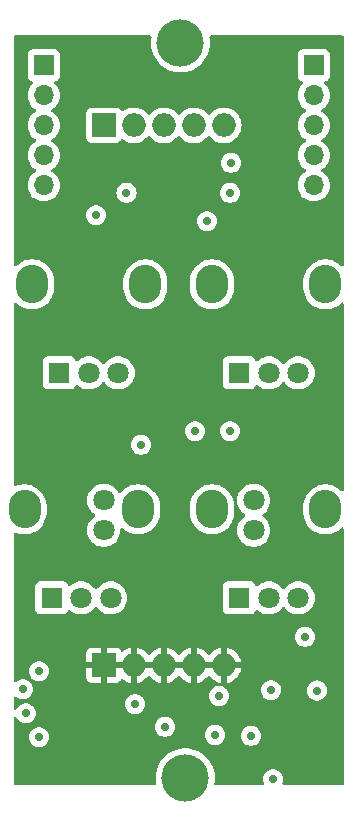
<source format=gbr>
%TF.GenerationSoftware,KiCad,Pcbnew,8.0.5*%
%TF.CreationDate,2024-11-22T15:59:57+05:30*%
%TF.ProjectId,kick,6b69636b-2e6b-4696-9361-645f70636258,rev?*%
%TF.SameCoordinates,Original*%
%TF.FileFunction,Copper,L4,Bot*%
%TF.FilePolarity,Positive*%
%FSLAX46Y46*%
G04 Gerber Fmt 4.6, Leading zero omitted, Abs format (unit mm)*
G04 Created by KiCad (PCBNEW 8.0.5) date 2024-11-22 15:59:57*
%MOMM*%
%LPD*%
G01*
G04 APERTURE LIST*
%TA.AperFunction,ComponentPad*%
%ADD10O,2.720000X3.240000*%
%TD*%
%TA.AperFunction,ComponentPad*%
%ADD11R,1.800000X1.800000*%
%TD*%
%TA.AperFunction,ComponentPad*%
%ADD12C,1.800000*%
%TD*%
%TA.AperFunction,ComponentPad*%
%ADD13R,1.700000X1.700000*%
%TD*%
%TA.AperFunction,ComponentPad*%
%ADD14O,1.700000X1.700000*%
%TD*%
%TA.AperFunction,ComponentPad*%
%ADD15R,2.000000X2.000000*%
%TD*%
%TA.AperFunction,ComponentPad*%
%ADD16O,2.000000X2.000000*%
%TD*%
%TA.AperFunction,ViaPad*%
%ADD17C,0.700000*%
%TD*%
%TA.AperFunction,ViaPad*%
%ADD18C,4.000000*%
%TD*%
G04 APERTURE END LIST*
D10*
%TO.P,RV2,*%
%TO.N,*%
X49810000Y-64265000D03*
X59410000Y-64265000D03*
D11*
%TO.P,RV2,1,1*%
%TO.N,CAP_MID*%
X52110000Y-71765000D03*
D12*
%TO.P,RV2,2,2*%
%TO.N,Net-(R9-Pad1)*%
X54610000Y-71765000D03*
%TO.P,RV2,3,3*%
%TO.N,unconnected-(RV2-Pad3)*%
X57110000Y-71765000D03*
%TD*%
D10*
%TO.P,RV4,*%
%TO.N,*%
X49175000Y-83315000D03*
X58775000Y-83315000D03*
D11*
%TO.P,RV4,1,1*%
%TO.N,unconnected-(RV4-Pad1)*%
X51475000Y-90815000D03*
D12*
%TO.P,RV4,2,2*%
%TO.N,Net-(U4--)*%
X53975000Y-90815000D03*
%TO.P,RV4,3,3*%
%TO.N,Net-(R14-Pad1)*%
X56475000Y-90815000D03*
%TD*%
D13*
%TO.P,INPUT1,1,Pin_1*%
%TO.N,GATE_IN*%
X50800000Y-45720000D03*
D14*
%TO.P,INPUT1,2,Pin_2*%
%TO.N,Net-(INPUT1-Pin_2)*%
X50800000Y-48260000D03*
%TO.P,INPUT1,3,Pin_3*%
X50800000Y-50800000D03*
%TO.P,INPUT1,4,Pin_4*%
X50800000Y-53340000D03*
%TO.P,INPUT1,5,Pin_5*%
X50800000Y-55880000D03*
%TD*%
D10*
%TO.P,RV3,*%
%TO.N,*%
X65050000Y-64265000D03*
X74650000Y-64265000D03*
D11*
%TO.P,RV3,1,1*%
%TO.N,Net-(U3A--)*%
X67350000Y-71765000D03*
D12*
%TO.P,RV3,2,2*%
%TO.N,Net-(R10-Pad1)*%
X69850000Y-71765000D03*
%TO.P,RV3,3,3*%
%TO.N,unconnected-(RV3-Pad3)*%
X72350000Y-71765000D03*
%TD*%
D10*
%TO.P,RV1,*%
%TO.N,*%
X65050000Y-83315000D03*
X74650000Y-83315000D03*
D11*
%TO.P,RV1,1,1*%
%TO.N,Net-(U2A-+)*%
X67350000Y-90815000D03*
D12*
%TO.P,RV1,2,2*%
%TO.N,Net-(R7-Pad1)*%
X69850000Y-90815000D03*
%TO.P,RV1,3,3*%
%TO.N,unconnected-(RV1-Pad3)*%
X72350000Y-90815000D03*
%TD*%
D13*
%TO.P,OUTPUT1,1,Pin_1*%
%TO.N,KICK_OUT*%
X73660000Y-45720000D03*
D14*
%TO.P,OUTPUT1,2,Pin_2*%
X73660000Y-48260000D03*
%TO.P,OUTPUT1,3,Pin_3*%
X73660000Y-50800000D03*
%TO.P,OUTPUT1,4,Pin_4*%
X73660000Y-53340000D03*
%TO.P,OUTPUT1,5,Pin_5*%
X73660000Y-55880000D03*
%TD*%
D12*
%TO.P,U4,1,-*%
%TO.N,Net-(U4--)*%
X68580000Y-82550000D03*
%TO.P,U4,2,+*%
%TO.N,TRIG_ENV*%
X68580000Y-85090000D03*
%TO.P,U4,3*%
%TO.N,Net-(R9-Pad1)*%
X55880000Y-82550000D03*
%TO.P,U4,4*%
%TO.N,CAP_MID*%
X55880000Y-85090000D03*
%TD*%
D15*
%TO.P,V_SUPPLY1,1,Pin_1*%
%TO.N,V_SUPPLY*%
X55880000Y-50800000D03*
D16*
%TO.P,V_SUPPLY1,2,Pin_2*%
X58420000Y-50800000D03*
%TO.P,V_SUPPLY1,3,Pin_3*%
X60960000Y-50800000D03*
%TO.P,V_SUPPLY1,4,Pin_4*%
X63500000Y-50800000D03*
%TO.P,V_SUPPLY1,5,Pin_5*%
X66040000Y-50800000D03*
%TD*%
D15*
%TO.P,GND1,1,Pin_1*%
%TO.N,GND*%
X55880000Y-96520000D03*
D16*
%TO.P,GND1,2,Pin_2*%
X58420000Y-96520000D03*
%TO.P,GND1,3,Pin_3*%
X60960000Y-96520000D03*
%TO.P,GND1,4,Pin_4*%
X63500000Y-96520000D03*
%TO.P,GND1,5,Pin_5*%
X66040000Y-96520000D03*
%TD*%
D17*
%TO.N,Net-(U3A--)*%
X70231000Y-106172000D03*
%TO.N,Net-(R10-Pad1)*%
X65659000Y-99125000D03*
D18*
%TO.N,*%
X62784908Y-106045000D03*
X62377580Y-43815000D03*
D17*
%TO.N,GND*%
X66040000Y-88265000D03*
X57785000Y-57785000D03*
X72009000Y-99187000D03*
X58420000Y-74930000D03*
X52197000Y-104648000D03*
X60198000Y-98679000D03*
X71882000Y-103632000D03*
%TO.N,TRIG_ENV*%
X64643000Y-58928000D03*
%TO.N,CAP_MID*%
X49275000Y-100584000D03*
X49022000Y-98552000D03*
X65298345Y-102411656D03*
%TO.N,GATE_IN*%
X57804803Y-56513169D03*
%TO.N,V_MID*%
X66548000Y-56515000D03*
X61087000Y-101727000D03*
X68326000Y-102489000D03*
X59055000Y-77851000D03*
X63627000Y-76708000D03*
X72898000Y-94107000D03*
%TO.N,V_SUPPLY*%
X73939000Y-98654000D03*
X66548000Y-76708000D03*
X55245000Y-58420000D03*
X66675000Y-53975000D03*
X58547000Y-99810000D03*
%TO.N,Net-(U2A-+)*%
X50419000Y-97028000D03*
X50419000Y-102616000D03*
%TO.N,Net-(R10-Pad1)*%
X70057976Y-98632975D03*
%TD*%
%TA.AperFunction,Conductor*%
%TO.N,GND*%
G36*
X57954075Y-96327007D02*
G01*
X57920000Y-96454174D01*
X57920000Y-96585826D01*
X57954075Y-96712993D01*
X57986988Y-96770000D01*
X56313012Y-96770000D01*
X56345925Y-96712993D01*
X56380000Y-96585826D01*
X56380000Y-96454174D01*
X56345925Y-96327007D01*
X56313012Y-96270000D01*
X57986988Y-96270000D01*
X57954075Y-96327007D01*
G37*
%TD.AperFunction*%
%TA.AperFunction,Conductor*%
G36*
X60494075Y-96327007D02*
G01*
X60460000Y-96454174D01*
X60460000Y-96585826D01*
X60494075Y-96712993D01*
X60526988Y-96770000D01*
X58853012Y-96770000D01*
X58885925Y-96712993D01*
X58920000Y-96585826D01*
X58920000Y-96454174D01*
X58885925Y-96327007D01*
X58853012Y-96270000D01*
X60526988Y-96270000D01*
X60494075Y-96327007D01*
G37*
%TD.AperFunction*%
%TA.AperFunction,Conductor*%
G36*
X63034075Y-96327007D02*
G01*
X63000000Y-96454174D01*
X63000000Y-96585826D01*
X63034075Y-96712993D01*
X63066988Y-96770000D01*
X61393012Y-96770000D01*
X61425925Y-96712993D01*
X61460000Y-96585826D01*
X61460000Y-96454174D01*
X61425925Y-96327007D01*
X61393012Y-96270000D01*
X63066988Y-96270000D01*
X63034075Y-96327007D01*
G37*
%TD.AperFunction*%
%TA.AperFunction,Conductor*%
G36*
X65574075Y-96327007D02*
G01*
X65540000Y-96454174D01*
X65540000Y-96585826D01*
X65574075Y-96712993D01*
X65606988Y-96770000D01*
X63933012Y-96770000D01*
X63965925Y-96712993D01*
X64000000Y-96585826D01*
X64000000Y-96454174D01*
X63965925Y-96327007D01*
X63933012Y-96270000D01*
X65606988Y-96270000D01*
X65574075Y-96327007D01*
G37*
%TD.AperFunction*%
%TA.AperFunction,Conductor*%
G36*
X59870272Y-43199685D02*
G01*
X59916027Y-43252489D01*
X59925971Y-43321647D01*
X59925037Y-43327235D01*
X59891891Y-43500988D01*
X59891890Y-43500995D01*
X59872136Y-43814994D01*
X59872136Y-43815005D01*
X59891890Y-44129004D01*
X59891891Y-44129011D01*
X59891892Y-44129015D01*
X59948583Y-44426202D01*
X59950850Y-44438083D01*
X60048077Y-44737316D01*
X60048079Y-44737321D01*
X60182041Y-45022003D01*
X60182044Y-45022009D01*
X60350631Y-45287661D01*
X60350634Y-45287665D01*
X60551186Y-45530090D01*
X60551188Y-45530092D01*
X60780548Y-45745476D01*
X60780558Y-45745484D01*
X61035084Y-45930408D01*
X61035089Y-45930410D01*
X61035096Y-45930416D01*
X61310814Y-46081994D01*
X61310819Y-46081996D01*
X61310821Y-46081997D01*
X61310822Y-46081998D01*
X61603351Y-46197818D01*
X61603354Y-46197819D01*
X61908103Y-46276065D01*
X61908107Y-46276066D01*
X61973590Y-46284338D01*
X62220250Y-46315499D01*
X62220259Y-46315499D01*
X62220262Y-46315500D01*
X62220264Y-46315500D01*
X62534896Y-46315500D01*
X62534898Y-46315500D01*
X62534901Y-46315499D01*
X62534909Y-46315499D01*
X62721173Y-46291968D01*
X62847053Y-46276066D01*
X63151805Y-46197819D01*
X63151808Y-46197818D01*
X63444337Y-46081998D01*
X63444338Y-46081997D01*
X63444336Y-46081997D01*
X63444346Y-46081994D01*
X63720064Y-45930416D01*
X63974610Y-45745478D01*
X64203970Y-45530094D01*
X64404527Y-45287663D01*
X64573117Y-45022007D01*
X64707083Y-44737315D01*
X64804311Y-44438079D01*
X64863268Y-44129015D01*
X64883024Y-43815000D01*
X64863268Y-43500985D01*
X64830123Y-43327233D01*
X64836897Y-43257695D01*
X64880192Y-43202856D01*
X64946263Y-43180129D01*
X64951927Y-43180000D01*
X76076000Y-43180000D01*
X76143039Y-43199685D01*
X76188794Y-43252489D01*
X76200000Y-43304000D01*
X76200000Y-62624493D01*
X76180315Y-62691532D01*
X76127511Y-62737287D01*
X76058353Y-62747231D01*
X75994797Y-62718206D01*
X75988319Y-62712174D01*
X75879350Y-62603205D01*
X75879343Y-62603199D01*
X75685864Y-62454738D01*
X75685862Y-62454736D01*
X75685856Y-62454732D01*
X75685851Y-62454729D01*
X75685848Y-62454727D01*
X75474651Y-62332791D01*
X75474640Y-62332786D01*
X75249330Y-62239459D01*
X75249323Y-62239457D01*
X75249321Y-62239456D01*
X75013744Y-62176334D01*
X74973333Y-62171013D01*
X74771951Y-62144500D01*
X74771944Y-62144500D01*
X74528056Y-62144500D01*
X74528048Y-62144500D01*
X74297896Y-62174801D01*
X74286256Y-62176334D01*
X74050679Y-62239456D01*
X74050669Y-62239459D01*
X73825359Y-62332786D01*
X73825348Y-62332791D01*
X73614151Y-62454727D01*
X73614135Y-62454738D01*
X73420656Y-62603199D01*
X73420649Y-62603205D01*
X73248205Y-62775649D01*
X73248199Y-62775656D01*
X73099738Y-62969135D01*
X73099727Y-62969151D01*
X72977791Y-63180348D01*
X72977786Y-63180359D01*
X72884459Y-63405669D01*
X72884456Y-63405679D01*
X72821335Y-63641253D01*
X72821333Y-63641264D01*
X72789500Y-63883048D01*
X72789500Y-64646951D01*
X72816013Y-64848333D01*
X72821334Y-64888744D01*
X72821335Y-64888746D01*
X72884456Y-65124320D01*
X72884459Y-65124330D01*
X72977786Y-65349640D01*
X72977791Y-65349651D01*
X73099727Y-65560848D01*
X73099738Y-65560864D01*
X73248199Y-65754343D01*
X73248205Y-65754350D01*
X73420649Y-65926794D01*
X73420655Y-65926799D01*
X73614144Y-66075268D01*
X73614151Y-66075272D01*
X73825348Y-66197208D01*
X73825353Y-66197210D01*
X73825356Y-66197212D01*
X74050679Y-66290544D01*
X74286256Y-66353666D01*
X74528056Y-66385500D01*
X74528063Y-66385500D01*
X74771937Y-66385500D01*
X74771944Y-66385500D01*
X75013744Y-66353666D01*
X75249321Y-66290544D01*
X75474644Y-66197212D01*
X75685856Y-66075268D01*
X75879345Y-65926799D01*
X75909483Y-65896661D01*
X75988319Y-65817826D01*
X76049642Y-65784341D01*
X76119334Y-65789325D01*
X76175267Y-65831197D01*
X76199684Y-65896661D01*
X76200000Y-65905507D01*
X76200000Y-81674493D01*
X76180315Y-81741532D01*
X76127511Y-81787287D01*
X76058353Y-81797231D01*
X75994797Y-81768206D01*
X75988319Y-81762174D01*
X75879350Y-81653205D01*
X75879343Y-81653199D01*
X75685864Y-81504738D01*
X75685862Y-81504736D01*
X75685856Y-81504732D01*
X75685851Y-81504729D01*
X75685848Y-81504727D01*
X75474651Y-81382791D01*
X75474640Y-81382786D01*
X75249330Y-81289459D01*
X75249323Y-81289457D01*
X75249321Y-81289456D01*
X75013744Y-81226334D01*
X74973333Y-81221013D01*
X74771951Y-81194500D01*
X74771944Y-81194500D01*
X74528056Y-81194500D01*
X74528048Y-81194500D01*
X74297896Y-81224801D01*
X74286256Y-81226334D01*
X74140828Y-81265301D01*
X74050679Y-81289456D01*
X74050669Y-81289459D01*
X73825359Y-81382786D01*
X73825348Y-81382791D01*
X73614151Y-81504727D01*
X73614135Y-81504738D01*
X73420656Y-81653199D01*
X73420649Y-81653205D01*
X73248205Y-81825649D01*
X73248199Y-81825656D01*
X73099738Y-82019135D01*
X73099727Y-82019151D01*
X72977791Y-82230348D01*
X72977786Y-82230359D01*
X72884459Y-82455669D01*
X72884456Y-82455679D01*
X72859182Y-82550006D01*
X72821335Y-82691253D01*
X72821333Y-82691264D01*
X72789500Y-82933048D01*
X72789500Y-83696951D01*
X72809470Y-83848630D01*
X72821334Y-83938744D01*
X72852776Y-84056087D01*
X72884456Y-84174320D01*
X72884459Y-84174330D01*
X72977786Y-84399640D01*
X72977791Y-84399651D01*
X73099727Y-84610848D01*
X73099738Y-84610864D01*
X73248199Y-84804343D01*
X73248205Y-84804350D01*
X73420649Y-84976794D01*
X73420655Y-84976799D01*
X73614144Y-85125268D01*
X73614151Y-85125272D01*
X73825348Y-85247208D01*
X73825353Y-85247210D01*
X73825356Y-85247212D01*
X74050679Y-85340544D01*
X74286256Y-85403666D01*
X74528056Y-85435500D01*
X74528063Y-85435500D01*
X74771937Y-85435500D01*
X74771944Y-85435500D01*
X75013744Y-85403666D01*
X75249321Y-85340544D01*
X75474644Y-85247212D01*
X75685856Y-85125268D01*
X75879345Y-84976799D01*
X75909483Y-84946661D01*
X75988319Y-84867826D01*
X76049642Y-84834341D01*
X76119334Y-84839325D01*
X76175267Y-84881197D01*
X76199684Y-84946661D01*
X76200000Y-84955507D01*
X76200000Y-106556000D01*
X76180315Y-106623039D01*
X76127511Y-106668794D01*
X76076000Y-106680000D01*
X71130881Y-106680000D01*
X71063842Y-106660315D01*
X71018087Y-106607511D01*
X71008143Y-106538353D01*
X71012950Y-106517682D01*
X71034133Y-106452485D01*
X71067497Y-106349803D01*
X71086185Y-106172000D01*
X71067497Y-105994197D01*
X71012250Y-105824165D01*
X70922859Y-105669335D01*
X70876003Y-105617296D01*
X70803235Y-105536478D01*
X70803232Y-105536476D01*
X70803231Y-105536475D01*
X70803230Y-105536474D01*
X70658593Y-105431388D01*
X70495267Y-105358671D01*
X70495265Y-105358670D01*
X70367594Y-105331533D01*
X70320391Y-105321500D01*
X70141609Y-105321500D01*
X70110954Y-105328015D01*
X69966733Y-105358670D01*
X69966728Y-105358672D01*
X69803408Y-105431387D01*
X69658768Y-105536475D01*
X69539140Y-105669336D01*
X69449750Y-105824164D01*
X69449747Y-105824170D01*
X69394504Y-105994192D01*
X69394503Y-105994194D01*
X69375815Y-106172000D01*
X69394503Y-106349805D01*
X69394504Y-106349807D01*
X69449050Y-106517682D01*
X69451045Y-106587523D01*
X69414965Y-106647356D01*
X69352264Y-106678184D01*
X69331119Y-106680000D01*
X65359255Y-106680000D01*
X65292216Y-106660315D01*
X65246461Y-106607511D01*
X65236517Y-106538353D01*
X65237451Y-106532765D01*
X65239918Y-106519835D01*
X65270596Y-106359015D01*
X65270597Y-106359004D01*
X65290352Y-106045005D01*
X65290352Y-106044994D01*
X65270597Y-105730995D01*
X65270596Y-105730988D01*
X65270596Y-105730985D01*
X65211639Y-105421921D01*
X65114411Y-105122685D01*
X64980445Y-104837993D01*
X64811855Y-104572337D01*
X64811853Y-104572334D01*
X64611301Y-104329909D01*
X64611299Y-104329907D01*
X64381939Y-104114523D01*
X64381929Y-104114515D01*
X64127403Y-103929591D01*
X64127396Y-103929586D01*
X64127392Y-103929584D01*
X63851674Y-103778006D01*
X63851671Y-103778004D01*
X63851666Y-103778002D01*
X63851665Y-103778001D01*
X63559136Y-103662181D01*
X63559133Y-103662180D01*
X63254384Y-103583934D01*
X63254371Y-103583932D01*
X62942237Y-103544500D01*
X62942226Y-103544500D01*
X62627590Y-103544500D01*
X62627578Y-103544500D01*
X62315444Y-103583932D01*
X62315431Y-103583934D01*
X62010682Y-103662180D01*
X62010679Y-103662181D01*
X61718150Y-103778001D01*
X61718149Y-103778002D01*
X61442424Y-103929584D01*
X61442412Y-103929591D01*
X61187886Y-104114515D01*
X61187876Y-104114523D01*
X60958516Y-104329907D01*
X60958514Y-104329909D01*
X60757962Y-104572334D01*
X60757959Y-104572338D01*
X60589372Y-104837990D01*
X60589369Y-104837996D01*
X60455407Y-105122678D01*
X60455405Y-105122683D01*
X60358178Y-105421916D01*
X60299219Y-105730988D01*
X60299218Y-105730995D01*
X60279464Y-106044994D01*
X60279464Y-106045005D01*
X60299218Y-106359004D01*
X60299219Y-106359011D01*
X60299220Y-106359015D01*
X60329487Y-106517682D01*
X60332365Y-106532765D01*
X60325591Y-106602305D01*
X60282296Y-106657144D01*
X60216225Y-106679871D01*
X60210561Y-106680000D01*
X48384000Y-106680000D01*
X48316961Y-106660315D01*
X48271206Y-106607511D01*
X48260000Y-106556000D01*
X48260000Y-102616000D01*
X49563815Y-102616000D01*
X49582503Y-102793805D01*
X49582504Y-102793807D01*
X49637747Y-102963829D01*
X49637750Y-102963835D01*
X49727141Y-103118665D01*
X49768812Y-103164946D01*
X49846764Y-103251521D01*
X49846767Y-103251523D01*
X49846770Y-103251526D01*
X49991407Y-103356612D01*
X50154733Y-103429329D01*
X50329609Y-103466500D01*
X50329610Y-103466500D01*
X50508389Y-103466500D01*
X50508391Y-103466500D01*
X50683267Y-103429329D01*
X50846593Y-103356612D01*
X50991230Y-103251526D01*
X51110859Y-103118665D01*
X51200250Y-102963835D01*
X51255497Y-102793803D01*
X51274185Y-102616000D01*
X51255497Y-102438197D01*
X51214231Y-102311194D01*
X51200252Y-102268170D01*
X51200249Y-102268164D01*
X51178022Y-102229665D01*
X51110859Y-102113335D01*
X51064003Y-102061296D01*
X50991235Y-101980478D01*
X50991232Y-101980476D01*
X50991231Y-101980475D01*
X50991230Y-101980474D01*
X50846593Y-101875388D01*
X50683267Y-101802671D01*
X50683265Y-101802670D01*
X50555594Y-101775533D01*
X50508391Y-101765500D01*
X50329609Y-101765500D01*
X50298954Y-101772015D01*
X50154733Y-101802670D01*
X50154728Y-101802672D01*
X49991408Y-101875387D01*
X49846768Y-101980475D01*
X49727140Y-102113336D01*
X49637750Y-102268164D01*
X49637747Y-102268170D01*
X49582504Y-102438192D01*
X49582503Y-102438194D01*
X49563815Y-102616000D01*
X48260000Y-102616000D01*
X48260000Y-101727000D01*
X60231815Y-101727000D01*
X60250503Y-101904805D01*
X60250504Y-101904807D01*
X60305747Y-102074829D01*
X60305750Y-102074835D01*
X60395141Y-102229665D01*
X60429806Y-102268164D01*
X60514764Y-102362521D01*
X60514767Y-102362523D01*
X60514770Y-102362526D01*
X60659407Y-102467612D01*
X60822733Y-102540329D01*
X60997609Y-102577500D01*
X60997610Y-102577500D01*
X61176389Y-102577500D01*
X61176391Y-102577500D01*
X61351267Y-102540329D01*
X61514593Y-102467612D01*
X61591609Y-102411656D01*
X64443160Y-102411656D01*
X64461848Y-102589461D01*
X64461849Y-102589463D01*
X64517092Y-102759485D01*
X64517095Y-102759491D01*
X64606486Y-102914321D01*
X64648157Y-102960602D01*
X64726109Y-103047177D01*
X64726112Y-103047179D01*
X64726115Y-103047182D01*
X64870752Y-103152268D01*
X65034078Y-103224985D01*
X65208954Y-103262156D01*
X65208955Y-103262156D01*
X65387734Y-103262156D01*
X65387736Y-103262156D01*
X65562612Y-103224985D01*
X65725938Y-103152268D01*
X65870575Y-103047182D01*
X65990204Y-102914321D01*
X66079595Y-102759491D01*
X66134842Y-102589459D01*
X66145401Y-102489000D01*
X67470815Y-102489000D01*
X67489503Y-102666805D01*
X67489504Y-102666807D01*
X67544747Y-102836829D01*
X67544750Y-102836835D01*
X67634141Y-102991665D01*
X67675812Y-103037946D01*
X67753764Y-103124521D01*
X67753767Y-103124523D01*
X67753770Y-103124526D01*
X67898407Y-103229612D01*
X68061733Y-103302329D01*
X68236609Y-103339500D01*
X68236610Y-103339500D01*
X68415389Y-103339500D01*
X68415391Y-103339500D01*
X68590267Y-103302329D01*
X68753593Y-103229612D01*
X68898230Y-103124526D01*
X68903508Y-103118665D01*
X68924148Y-103095741D01*
X69017859Y-102991665D01*
X69107250Y-102836835D01*
X69162497Y-102666803D01*
X69181185Y-102489000D01*
X69162497Y-102311197D01*
X69107250Y-102141165D01*
X69017859Y-101986335D01*
X68944449Y-101904805D01*
X68898235Y-101853478D01*
X68898232Y-101853476D01*
X68898231Y-101853475D01*
X68898230Y-101853474D01*
X68753593Y-101748388D01*
X68590267Y-101675671D01*
X68590265Y-101675670D01*
X68462594Y-101648533D01*
X68415391Y-101638500D01*
X68236609Y-101638500D01*
X68205954Y-101645015D01*
X68061733Y-101675670D01*
X68061728Y-101675672D01*
X67898408Y-101748387D01*
X67753768Y-101853475D01*
X67634140Y-101986336D01*
X67544750Y-102141164D01*
X67544747Y-102141170D01*
X67489504Y-102311192D01*
X67489503Y-102311194D01*
X67470815Y-102489000D01*
X66145401Y-102489000D01*
X66153530Y-102411656D01*
X66134842Y-102233853D01*
X66104725Y-102141164D01*
X66079597Y-102063826D01*
X66079594Y-102063820D01*
X66034859Y-101986336D01*
X65990204Y-101908991D01*
X65940216Y-101853474D01*
X65870580Y-101776134D01*
X65870577Y-101776132D01*
X65870576Y-101776131D01*
X65870575Y-101776130D01*
X65725938Y-101671044D01*
X65562612Y-101598327D01*
X65562610Y-101598326D01*
X65434939Y-101571189D01*
X65387736Y-101561156D01*
X65208954Y-101561156D01*
X65178299Y-101567671D01*
X65034078Y-101598326D01*
X65034073Y-101598328D01*
X64870753Y-101671043D01*
X64726113Y-101776131D01*
X64606485Y-101908992D01*
X64517095Y-102063820D01*
X64517092Y-102063826D01*
X64461849Y-102233848D01*
X64461848Y-102233850D01*
X64443160Y-102411656D01*
X61591609Y-102411656D01*
X61659230Y-102362526D01*
X61778859Y-102229665D01*
X61868250Y-102074835D01*
X61923497Y-101904803D01*
X61942185Y-101727000D01*
X61923497Y-101549197D01*
X61868250Y-101379165D01*
X61778859Y-101224335D01*
X61732003Y-101172296D01*
X61659235Y-101091478D01*
X61659232Y-101091476D01*
X61659231Y-101091475D01*
X61659230Y-101091474D01*
X61514593Y-100986388D01*
X61351267Y-100913671D01*
X61351265Y-100913670D01*
X61223594Y-100886533D01*
X61176391Y-100876500D01*
X60997609Y-100876500D01*
X60966954Y-100883015D01*
X60822733Y-100913670D01*
X60822728Y-100913672D01*
X60659408Y-100986387D01*
X60514768Y-101091475D01*
X60395140Y-101224336D01*
X60305750Y-101379164D01*
X60305747Y-101379170D01*
X60250504Y-101549192D01*
X60250503Y-101549194D01*
X60231815Y-101727000D01*
X48260000Y-101727000D01*
X48260000Y-100989741D01*
X48279685Y-100922702D01*
X48332489Y-100876947D01*
X48401647Y-100867003D01*
X48465203Y-100896028D01*
X48491387Y-100927742D01*
X48583137Y-101086660D01*
X48583139Y-101086663D01*
X48702764Y-101219521D01*
X48702767Y-101219523D01*
X48702770Y-101219526D01*
X48847407Y-101324612D01*
X49010733Y-101397329D01*
X49185609Y-101434500D01*
X49185610Y-101434500D01*
X49364389Y-101434500D01*
X49364391Y-101434500D01*
X49539267Y-101397329D01*
X49702593Y-101324612D01*
X49847230Y-101219526D01*
X49966859Y-101086665D01*
X50056250Y-100931835D01*
X50111497Y-100761803D01*
X50130185Y-100584000D01*
X50111497Y-100406197D01*
X50083873Y-100321181D01*
X50056252Y-100236170D01*
X50056249Y-100236164D01*
X50011026Y-100157835D01*
X49966859Y-100081335D01*
X49882646Y-99987807D01*
X49847235Y-99948478D01*
X49847232Y-99948476D01*
X49847231Y-99948475D01*
X49847230Y-99948474D01*
X49702593Y-99843388D01*
X49627602Y-99810000D01*
X57691815Y-99810000D01*
X57710503Y-99987805D01*
X57710504Y-99987807D01*
X57765747Y-100157829D01*
X57765750Y-100157835D01*
X57855141Y-100312665D01*
X57896812Y-100358946D01*
X57974764Y-100445521D01*
X57974767Y-100445523D01*
X57974770Y-100445526D01*
X58119407Y-100550612D01*
X58282733Y-100623329D01*
X58457609Y-100660500D01*
X58457610Y-100660500D01*
X58636389Y-100660500D01*
X58636391Y-100660500D01*
X58811267Y-100623329D01*
X58974593Y-100550612D01*
X59119230Y-100445526D01*
X59238859Y-100312665D01*
X59328250Y-100157835D01*
X59383497Y-99987803D01*
X59402185Y-99810000D01*
X59383497Y-99632197D01*
X59328250Y-99462165D01*
X59238859Y-99307335D01*
X59165601Y-99225974D01*
X59119235Y-99174478D01*
X59119232Y-99174476D01*
X59119231Y-99174475D01*
X59119230Y-99174474D01*
X59051136Y-99125000D01*
X64803815Y-99125000D01*
X64822503Y-99302805D01*
X64822504Y-99302807D01*
X64877747Y-99472829D01*
X64877750Y-99472835D01*
X64967141Y-99627665D01*
X64971222Y-99632197D01*
X65086764Y-99760521D01*
X65086767Y-99760523D01*
X65086770Y-99760526D01*
X65231407Y-99865612D01*
X65394733Y-99938329D01*
X65569609Y-99975500D01*
X65569610Y-99975500D01*
X65748389Y-99975500D01*
X65748391Y-99975500D01*
X65923267Y-99938329D01*
X66086593Y-99865612D01*
X66231230Y-99760526D01*
X66350859Y-99627665D01*
X66440250Y-99472835D01*
X66495497Y-99302803D01*
X66514185Y-99125000D01*
X66495497Y-98947197D01*
X66440250Y-98777165D01*
X66357002Y-98632975D01*
X69202791Y-98632975D01*
X69221479Y-98810780D01*
X69221480Y-98810782D01*
X69276723Y-98980804D01*
X69276726Y-98980810D01*
X69366117Y-99135640D01*
X69401084Y-99174475D01*
X69485740Y-99268496D01*
X69485743Y-99268498D01*
X69485746Y-99268501D01*
X69630383Y-99373587D01*
X69793709Y-99446304D01*
X69968585Y-99483475D01*
X69968586Y-99483475D01*
X70147365Y-99483475D01*
X70147367Y-99483475D01*
X70322243Y-99446304D01*
X70485569Y-99373587D01*
X70630206Y-99268501D01*
X70749835Y-99135640D01*
X70839226Y-98980810D01*
X70894473Y-98810778D01*
X70910951Y-98654000D01*
X73083815Y-98654000D01*
X73102503Y-98831805D01*
X73102504Y-98831807D01*
X73157747Y-99001829D01*
X73157750Y-99001835D01*
X73247141Y-99156665D01*
X73279584Y-99192696D01*
X73366764Y-99289521D01*
X73366767Y-99289523D01*
X73366770Y-99289526D01*
X73511407Y-99394612D01*
X73674733Y-99467329D01*
X73849609Y-99504500D01*
X73849610Y-99504500D01*
X74028389Y-99504500D01*
X74028391Y-99504500D01*
X74203267Y-99467329D01*
X74366593Y-99394612D01*
X74511230Y-99289526D01*
X74630859Y-99156665D01*
X74720250Y-99001835D01*
X74775497Y-98831803D01*
X74794185Y-98654000D01*
X74775497Y-98476197D01*
X74742353Y-98374192D01*
X74720252Y-98306170D01*
X74720249Y-98306164D01*
X74708111Y-98285140D01*
X74630859Y-98151335D01*
X74584003Y-98099296D01*
X74511235Y-98018478D01*
X74511232Y-98018476D01*
X74511231Y-98018475D01*
X74511230Y-98018474D01*
X74366593Y-97913388D01*
X74203267Y-97840671D01*
X74203265Y-97840670D01*
X74075594Y-97813533D01*
X74028391Y-97803500D01*
X73849609Y-97803500D01*
X73818954Y-97810015D01*
X73674733Y-97840670D01*
X73674728Y-97840672D01*
X73511408Y-97913387D01*
X73366768Y-98018475D01*
X73247140Y-98151336D01*
X73157750Y-98306164D01*
X73157747Y-98306170D01*
X73102504Y-98476192D01*
X73102503Y-98476194D01*
X73083815Y-98654000D01*
X70910951Y-98654000D01*
X70913161Y-98632975D01*
X70894473Y-98455172D01*
X70847847Y-98311672D01*
X70839228Y-98285145D01*
X70839225Y-98285139D01*
X70792475Y-98204165D01*
X70749835Y-98130310D01*
X70702979Y-98078271D01*
X70630211Y-97997453D01*
X70630208Y-97997451D01*
X70630207Y-97997450D01*
X70630206Y-97997449D01*
X70485569Y-97892363D01*
X70322243Y-97819646D01*
X70322241Y-97819645D01*
X70194570Y-97792508D01*
X70147367Y-97782475D01*
X69968585Y-97782475D01*
X69937930Y-97788990D01*
X69793709Y-97819645D01*
X69793704Y-97819647D01*
X69630384Y-97892362D01*
X69485744Y-97997450D01*
X69366116Y-98130311D01*
X69276726Y-98285139D01*
X69276723Y-98285145D01*
X69221480Y-98455167D01*
X69221479Y-98455169D01*
X69202791Y-98632975D01*
X66357002Y-98632975D01*
X66350859Y-98622335D01*
X66287529Y-98552000D01*
X66231235Y-98489478D01*
X66231232Y-98489476D01*
X66231231Y-98489475D01*
X66231230Y-98489474D01*
X66086593Y-98384388D01*
X65923267Y-98311671D01*
X65923265Y-98311670D01*
X65795594Y-98284533D01*
X65748391Y-98274500D01*
X65569609Y-98274500D01*
X65538954Y-98281015D01*
X65394733Y-98311670D01*
X65394728Y-98311672D01*
X65231408Y-98384387D01*
X65086768Y-98489475D01*
X64967140Y-98622336D01*
X64877750Y-98777164D01*
X64877747Y-98777170D01*
X64822504Y-98947192D01*
X64822503Y-98947194D01*
X64803815Y-99125000D01*
X59051136Y-99125000D01*
X58974593Y-99069388D01*
X58811267Y-98996671D01*
X58811265Y-98996670D01*
X58683594Y-98969533D01*
X58636391Y-98959500D01*
X58457609Y-98959500D01*
X58426954Y-98966015D01*
X58282733Y-98996670D01*
X58282728Y-98996672D01*
X58119408Y-99069387D01*
X57974768Y-99174475D01*
X57855140Y-99307336D01*
X57765750Y-99462164D01*
X57765747Y-99462170D01*
X57710504Y-99632192D01*
X57710503Y-99632194D01*
X57691815Y-99810000D01*
X49627602Y-99810000D01*
X49539267Y-99770671D01*
X49539265Y-99770670D01*
X49411594Y-99743533D01*
X49364391Y-99733500D01*
X49185609Y-99733500D01*
X49154954Y-99740015D01*
X49010733Y-99770670D01*
X49010728Y-99770672D01*
X48847408Y-99843387D01*
X48702768Y-99948475D01*
X48583140Y-100081336D01*
X48491387Y-100240258D01*
X48440820Y-100288473D01*
X48372213Y-100301697D01*
X48307349Y-100275729D01*
X48266820Y-100218815D01*
X48260000Y-100178258D01*
X48260000Y-99293013D01*
X48279685Y-99225974D01*
X48332489Y-99180219D01*
X48401647Y-99170275D01*
X48456886Y-99192696D01*
X48594401Y-99292608D01*
X48594402Y-99292609D01*
X48594404Y-99292610D01*
X48594407Y-99292612D01*
X48757733Y-99365329D01*
X48932609Y-99402500D01*
X48932610Y-99402500D01*
X49111389Y-99402500D01*
X49111391Y-99402500D01*
X49286267Y-99365329D01*
X49449593Y-99292612D01*
X49594230Y-99187526D01*
X49600810Y-99180219D01*
X49622019Y-99156663D01*
X49713859Y-99054665D01*
X49803250Y-98899835D01*
X49858497Y-98729803D01*
X49877185Y-98552000D01*
X49858497Y-98374197D01*
X49829562Y-98285145D01*
X49803252Y-98204170D01*
X49803249Y-98204164D01*
X49772749Y-98151336D01*
X49713859Y-98049335D01*
X49650604Y-97979083D01*
X49594235Y-97916478D01*
X49594232Y-97916476D01*
X49594231Y-97916475D01*
X49594230Y-97916474D01*
X49449593Y-97811388D01*
X49286267Y-97738671D01*
X49286265Y-97738670D01*
X49158594Y-97711533D01*
X49111391Y-97701500D01*
X48932609Y-97701500D01*
X48901954Y-97708015D01*
X48757733Y-97738670D01*
X48757728Y-97738672D01*
X48594408Y-97811388D01*
X48594403Y-97811390D01*
X48456885Y-97911304D01*
X48391079Y-97934784D01*
X48323025Y-97918959D01*
X48274330Y-97868853D01*
X48260000Y-97810986D01*
X48260000Y-97028000D01*
X49563815Y-97028000D01*
X49582503Y-97205805D01*
X49582504Y-97205807D01*
X49637747Y-97375829D01*
X49637750Y-97375835D01*
X49727141Y-97530665D01*
X49760617Y-97567844D01*
X49846764Y-97663521D01*
X49846767Y-97663523D01*
X49846770Y-97663526D01*
X49991407Y-97768612D01*
X50154733Y-97841329D01*
X50329609Y-97878500D01*
X50329610Y-97878500D01*
X50508389Y-97878500D01*
X50508391Y-97878500D01*
X50683267Y-97841329D01*
X50846593Y-97768612D01*
X50991230Y-97663526D01*
X51110859Y-97530665D01*
X51200250Y-97375835D01*
X51255497Y-97205803D01*
X51274185Y-97028000D01*
X51255497Y-96850197D01*
X51200250Y-96680165D01*
X51110859Y-96525335D01*
X51046785Y-96454174D01*
X50991235Y-96392478D01*
X50991232Y-96392476D01*
X50991231Y-96392475D01*
X50991230Y-96392474D01*
X50846593Y-96287388D01*
X50683267Y-96214671D01*
X50683265Y-96214670D01*
X50555594Y-96187533D01*
X50508391Y-96177500D01*
X50329609Y-96177500D01*
X50298954Y-96184015D01*
X50154733Y-96214670D01*
X50154728Y-96214672D01*
X49991408Y-96287387D01*
X49846768Y-96392475D01*
X49727140Y-96525336D01*
X49637750Y-96680164D01*
X49637747Y-96680170D01*
X49582504Y-96850192D01*
X49582503Y-96850194D01*
X49563815Y-97028000D01*
X48260000Y-97028000D01*
X48260000Y-95472155D01*
X54380000Y-95472155D01*
X54380000Y-96270000D01*
X55446988Y-96270000D01*
X55414075Y-96327007D01*
X55380000Y-96454174D01*
X55380000Y-96585826D01*
X55414075Y-96712993D01*
X55446988Y-96770000D01*
X54380000Y-96770000D01*
X54380000Y-97567844D01*
X54386401Y-97627372D01*
X54386403Y-97627379D01*
X54436645Y-97762086D01*
X54436649Y-97762093D01*
X54522809Y-97877187D01*
X54522812Y-97877190D01*
X54637906Y-97963350D01*
X54637913Y-97963354D01*
X54772620Y-98013596D01*
X54772627Y-98013598D01*
X54832155Y-98019999D01*
X54832172Y-98020000D01*
X55630000Y-98020000D01*
X55630000Y-96953012D01*
X55687007Y-96985925D01*
X55814174Y-97020000D01*
X55945826Y-97020000D01*
X56072993Y-96985925D01*
X56130000Y-96953012D01*
X56130000Y-98020000D01*
X56927828Y-98020000D01*
X56927844Y-98019999D01*
X56987372Y-98013598D01*
X56987379Y-98013596D01*
X57122086Y-97963354D01*
X57122093Y-97963350D01*
X57237187Y-97877190D01*
X57237190Y-97877187D01*
X57323350Y-97762093D01*
X57327604Y-97754304D01*
X57330668Y-97755977D01*
X57362477Y-97713455D01*
X57427933Y-97689015D01*
X57496211Y-97703843D01*
X57512985Y-97714843D01*
X57596768Y-97780055D01*
X57596771Y-97780057D01*
X57815385Y-97898364D01*
X57815396Y-97898369D01*
X58050507Y-97979083D01*
X58169999Y-97999023D01*
X58170000Y-97999022D01*
X58170000Y-96953012D01*
X58227007Y-96985925D01*
X58354174Y-97020000D01*
X58485826Y-97020000D01*
X58612993Y-96985925D01*
X58670000Y-96953012D01*
X58670000Y-97999023D01*
X58789492Y-97979083D01*
X59024603Y-97898369D01*
X59024614Y-97898364D01*
X59243228Y-97780057D01*
X59243237Y-97780051D01*
X59439397Y-97627373D01*
X59439407Y-97627364D01*
X59598771Y-97454251D01*
X59658658Y-97418260D01*
X59728496Y-97420361D01*
X59781229Y-97454251D01*
X59940592Y-97627364D01*
X59940602Y-97627373D01*
X60136762Y-97780051D01*
X60136771Y-97780057D01*
X60355385Y-97898364D01*
X60355396Y-97898369D01*
X60590507Y-97979083D01*
X60709999Y-97999023D01*
X60710000Y-97999022D01*
X60710000Y-96953012D01*
X60767007Y-96985925D01*
X60894174Y-97020000D01*
X61025826Y-97020000D01*
X61152993Y-96985925D01*
X61210000Y-96953012D01*
X61210000Y-97999023D01*
X61329492Y-97979083D01*
X61564603Y-97898369D01*
X61564614Y-97898364D01*
X61783228Y-97780057D01*
X61783237Y-97780051D01*
X61979397Y-97627373D01*
X61979407Y-97627364D01*
X62138771Y-97454251D01*
X62198658Y-97418260D01*
X62268496Y-97420361D01*
X62321229Y-97454251D01*
X62480592Y-97627364D01*
X62480602Y-97627373D01*
X62676762Y-97780051D01*
X62676771Y-97780057D01*
X62895385Y-97898364D01*
X62895396Y-97898369D01*
X63130507Y-97979083D01*
X63249999Y-97999023D01*
X63250000Y-97999022D01*
X63250000Y-96953012D01*
X63307007Y-96985925D01*
X63434174Y-97020000D01*
X63565826Y-97020000D01*
X63692993Y-96985925D01*
X63750000Y-96953012D01*
X63750000Y-97999023D01*
X63869492Y-97979083D01*
X64104603Y-97898369D01*
X64104614Y-97898364D01*
X64323228Y-97780057D01*
X64323237Y-97780051D01*
X64519397Y-97627373D01*
X64519407Y-97627364D01*
X64678771Y-97454251D01*
X64738658Y-97418260D01*
X64808496Y-97420361D01*
X64861229Y-97454251D01*
X65020592Y-97627364D01*
X65020602Y-97627373D01*
X65216762Y-97780051D01*
X65216771Y-97780057D01*
X65435385Y-97898364D01*
X65435396Y-97898369D01*
X65670507Y-97979083D01*
X65789999Y-97999023D01*
X65790000Y-97999022D01*
X65790000Y-96953012D01*
X65847007Y-96985925D01*
X65974174Y-97020000D01*
X66105826Y-97020000D01*
X66232993Y-96985925D01*
X66290000Y-96953012D01*
X66290000Y-97999023D01*
X66409492Y-97979083D01*
X66644603Y-97898369D01*
X66644614Y-97898364D01*
X66863228Y-97780057D01*
X66863237Y-97780051D01*
X67059397Y-97627373D01*
X67059407Y-97627364D01*
X67227767Y-97444478D01*
X67363732Y-97236367D01*
X67463588Y-97008716D01*
X67524040Y-96770000D01*
X66473012Y-96770000D01*
X66505925Y-96712993D01*
X66540000Y-96585826D01*
X66540000Y-96454174D01*
X66505925Y-96327007D01*
X66473012Y-96270000D01*
X67524040Y-96270000D01*
X67463588Y-96031283D01*
X67363732Y-95803632D01*
X67227767Y-95595521D01*
X67059407Y-95412635D01*
X67059397Y-95412626D01*
X66863237Y-95259948D01*
X66863228Y-95259942D01*
X66644614Y-95141635D01*
X66644603Y-95141630D01*
X66409492Y-95060916D01*
X66290000Y-95040976D01*
X66290000Y-96086988D01*
X66232993Y-96054075D01*
X66105826Y-96020000D01*
X65974174Y-96020000D01*
X65847007Y-96054075D01*
X65790000Y-96086988D01*
X65790000Y-95040976D01*
X65789999Y-95040976D01*
X65670507Y-95060916D01*
X65435396Y-95141630D01*
X65435385Y-95141635D01*
X65216771Y-95259942D01*
X65216762Y-95259948D01*
X65020602Y-95412626D01*
X65020598Y-95412630D01*
X64861229Y-95585749D01*
X64801342Y-95621739D01*
X64731504Y-95619638D01*
X64678771Y-95585749D01*
X64519401Y-95412630D01*
X64519397Y-95412626D01*
X64323237Y-95259948D01*
X64323228Y-95259942D01*
X64104614Y-95141635D01*
X64104603Y-95141630D01*
X63869492Y-95060916D01*
X63750000Y-95040976D01*
X63750000Y-96086988D01*
X63692993Y-96054075D01*
X63565826Y-96020000D01*
X63434174Y-96020000D01*
X63307007Y-96054075D01*
X63250000Y-96086988D01*
X63250000Y-95040976D01*
X63249999Y-95040976D01*
X63130507Y-95060916D01*
X62895396Y-95141630D01*
X62895385Y-95141635D01*
X62676771Y-95259942D01*
X62676762Y-95259948D01*
X62480602Y-95412626D01*
X62480598Y-95412630D01*
X62321229Y-95585749D01*
X62261342Y-95621739D01*
X62191504Y-95619638D01*
X62138771Y-95585749D01*
X61979401Y-95412630D01*
X61979397Y-95412626D01*
X61783237Y-95259948D01*
X61783228Y-95259942D01*
X61564614Y-95141635D01*
X61564603Y-95141630D01*
X61329492Y-95060916D01*
X61210000Y-95040976D01*
X61210000Y-96086988D01*
X61152993Y-96054075D01*
X61025826Y-96020000D01*
X60894174Y-96020000D01*
X60767007Y-96054075D01*
X60710000Y-96086988D01*
X60710000Y-95040976D01*
X60709999Y-95040976D01*
X60590507Y-95060916D01*
X60355396Y-95141630D01*
X60355385Y-95141635D01*
X60136771Y-95259942D01*
X60136762Y-95259948D01*
X59940602Y-95412626D01*
X59940598Y-95412630D01*
X59781229Y-95585749D01*
X59721342Y-95621739D01*
X59651504Y-95619638D01*
X59598771Y-95585749D01*
X59439401Y-95412630D01*
X59439397Y-95412626D01*
X59243237Y-95259948D01*
X59243228Y-95259942D01*
X59024614Y-95141635D01*
X59024603Y-95141630D01*
X58789492Y-95060916D01*
X58670000Y-95040976D01*
X58670000Y-96086988D01*
X58612993Y-96054075D01*
X58485826Y-96020000D01*
X58354174Y-96020000D01*
X58227007Y-96054075D01*
X58170000Y-96086988D01*
X58170000Y-95040976D01*
X58169999Y-95040976D01*
X58050507Y-95060916D01*
X57815396Y-95141630D01*
X57815385Y-95141635D01*
X57596771Y-95259942D01*
X57596762Y-95259948D01*
X57512984Y-95325156D01*
X57447990Y-95350799D01*
X57379450Y-95337232D01*
X57329126Y-95288764D01*
X57327672Y-95285658D01*
X57327604Y-95285696D01*
X57323350Y-95277906D01*
X57237190Y-95162812D01*
X57237187Y-95162809D01*
X57122093Y-95076649D01*
X57122086Y-95076645D01*
X56987379Y-95026403D01*
X56987372Y-95026401D01*
X56927844Y-95020000D01*
X56130000Y-95020000D01*
X56130000Y-96086988D01*
X56072993Y-96054075D01*
X55945826Y-96020000D01*
X55814174Y-96020000D01*
X55687007Y-96054075D01*
X55630000Y-96086988D01*
X55630000Y-95020000D01*
X54832155Y-95020000D01*
X54772627Y-95026401D01*
X54772620Y-95026403D01*
X54637913Y-95076645D01*
X54637906Y-95076649D01*
X54522812Y-95162809D01*
X54522809Y-95162812D01*
X54436649Y-95277906D01*
X54436645Y-95277913D01*
X54386403Y-95412620D01*
X54386401Y-95412627D01*
X54380000Y-95472155D01*
X48260000Y-95472155D01*
X48260000Y-94107000D01*
X72042815Y-94107000D01*
X72061503Y-94284805D01*
X72061504Y-94284807D01*
X72116747Y-94454829D01*
X72116750Y-94454835D01*
X72206141Y-94609665D01*
X72247812Y-94655946D01*
X72325764Y-94742521D01*
X72325767Y-94742523D01*
X72325770Y-94742526D01*
X72470407Y-94847612D01*
X72633733Y-94920329D01*
X72808609Y-94957500D01*
X72808610Y-94957500D01*
X72987389Y-94957500D01*
X72987391Y-94957500D01*
X73162267Y-94920329D01*
X73325593Y-94847612D01*
X73470230Y-94742526D01*
X73589859Y-94609665D01*
X73679250Y-94454835D01*
X73734497Y-94284803D01*
X73753185Y-94107000D01*
X73734497Y-93929197D01*
X73679250Y-93759165D01*
X73589859Y-93604335D01*
X73543003Y-93552296D01*
X73470235Y-93471478D01*
X73470232Y-93471476D01*
X73470231Y-93471475D01*
X73470230Y-93471474D01*
X73325593Y-93366388D01*
X73162267Y-93293671D01*
X73162265Y-93293670D01*
X73034594Y-93266533D01*
X72987391Y-93256500D01*
X72808609Y-93256500D01*
X72777954Y-93263015D01*
X72633733Y-93293670D01*
X72633728Y-93293672D01*
X72470408Y-93366387D01*
X72325768Y-93471475D01*
X72206140Y-93604336D01*
X72116750Y-93759164D01*
X72116747Y-93759170D01*
X72061504Y-93929192D01*
X72061503Y-93929194D01*
X72042815Y-94107000D01*
X48260000Y-94107000D01*
X48260000Y-89867135D01*
X50074500Y-89867135D01*
X50074500Y-91762870D01*
X50074501Y-91762876D01*
X50080908Y-91822483D01*
X50131202Y-91957328D01*
X50131206Y-91957335D01*
X50217452Y-92072544D01*
X50217455Y-92072547D01*
X50332664Y-92158793D01*
X50332671Y-92158797D01*
X50467517Y-92209091D01*
X50467516Y-92209091D01*
X50474444Y-92209835D01*
X50527127Y-92215500D01*
X52422872Y-92215499D01*
X52482483Y-92209091D01*
X52617331Y-92158796D01*
X52732546Y-92072546D01*
X52818796Y-91957331D01*
X52837092Y-91908274D01*
X52878961Y-91852342D01*
X52944425Y-91827924D01*
X53012699Y-91842775D01*
X53029436Y-91853755D01*
X53206365Y-91991464D01*
X53206371Y-91991468D01*
X53206374Y-91991470D01*
X53410497Y-92101936D01*
X53524487Y-92141068D01*
X53630015Y-92177297D01*
X53630017Y-92177297D01*
X53630019Y-92177298D01*
X53858951Y-92215500D01*
X53858952Y-92215500D01*
X54091048Y-92215500D01*
X54091049Y-92215500D01*
X54319981Y-92177298D01*
X54539503Y-92101936D01*
X54743626Y-91991470D01*
X54926784Y-91848913D01*
X55083979Y-91678153D01*
X55121191Y-91621196D01*
X55174337Y-91575839D01*
X55243569Y-91566415D01*
X55306904Y-91595917D01*
X55328809Y-91621196D01*
X55366016Y-91678147D01*
X55366019Y-91678151D01*
X55366021Y-91678153D01*
X55523216Y-91848913D01*
X55523219Y-91848915D01*
X55523222Y-91848918D01*
X55706365Y-91991464D01*
X55706371Y-91991468D01*
X55706374Y-91991470D01*
X55910497Y-92101936D01*
X56024487Y-92141068D01*
X56130015Y-92177297D01*
X56130017Y-92177297D01*
X56130019Y-92177298D01*
X56358951Y-92215500D01*
X56358952Y-92215500D01*
X56591048Y-92215500D01*
X56591049Y-92215500D01*
X56819981Y-92177298D01*
X57039503Y-92101936D01*
X57243626Y-91991470D01*
X57426784Y-91848913D01*
X57583979Y-91678153D01*
X57710924Y-91483849D01*
X57804157Y-91271300D01*
X57861134Y-91046305D01*
X57880300Y-90815000D01*
X57880300Y-90814993D01*
X57861135Y-90583702D01*
X57861133Y-90583691D01*
X57804157Y-90358699D01*
X57710924Y-90146151D01*
X57583983Y-89951852D01*
X57583980Y-89951849D01*
X57583979Y-89951847D01*
X57505996Y-89867135D01*
X65949500Y-89867135D01*
X65949500Y-91762870D01*
X65949501Y-91762876D01*
X65955908Y-91822483D01*
X66006202Y-91957328D01*
X66006206Y-91957335D01*
X66092452Y-92072544D01*
X66092455Y-92072547D01*
X66207664Y-92158793D01*
X66207671Y-92158797D01*
X66342517Y-92209091D01*
X66342516Y-92209091D01*
X66349444Y-92209835D01*
X66402127Y-92215500D01*
X68297872Y-92215499D01*
X68357483Y-92209091D01*
X68492331Y-92158796D01*
X68607546Y-92072546D01*
X68693796Y-91957331D01*
X68712092Y-91908274D01*
X68753961Y-91852342D01*
X68819425Y-91827924D01*
X68887699Y-91842775D01*
X68904436Y-91853755D01*
X69081365Y-91991464D01*
X69081371Y-91991468D01*
X69081374Y-91991470D01*
X69285497Y-92101936D01*
X69399487Y-92141068D01*
X69505015Y-92177297D01*
X69505017Y-92177297D01*
X69505019Y-92177298D01*
X69733951Y-92215500D01*
X69733952Y-92215500D01*
X69966048Y-92215500D01*
X69966049Y-92215500D01*
X70194981Y-92177298D01*
X70414503Y-92101936D01*
X70618626Y-91991470D01*
X70801784Y-91848913D01*
X70958979Y-91678153D01*
X70996191Y-91621196D01*
X71049337Y-91575839D01*
X71118569Y-91566415D01*
X71181904Y-91595917D01*
X71203809Y-91621196D01*
X71241016Y-91678147D01*
X71241019Y-91678151D01*
X71241021Y-91678153D01*
X71398216Y-91848913D01*
X71398219Y-91848915D01*
X71398222Y-91848918D01*
X71581365Y-91991464D01*
X71581371Y-91991468D01*
X71581374Y-91991470D01*
X71785497Y-92101936D01*
X71899487Y-92141068D01*
X72005015Y-92177297D01*
X72005017Y-92177297D01*
X72005019Y-92177298D01*
X72233951Y-92215500D01*
X72233952Y-92215500D01*
X72466048Y-92215500D01*
X72466049Y-92215500D01*
X72694981Y-92177298D01*
X72914503Y-92101936D01*
X73118626Y-91991470D01*
X73301784Y-91848913D01*
X73458979Y-91678153D01*
X73585924Y-91483849D01*
X73679157Y-91271300D01*
X73736134Y-91046305D01*
X73755300Y-90815000D01*
X73755300Y-90814993D01*
X73736135Y-90583702D01*
X73736133Y-90583691D01*
X73679157Y-90358699D01*
X73585924Y-90146151D01*
X73458983Y-89951852D01*
X73458980Y-89951849D01*
X73458979Y-89951847D01*
X73301784Y-89781087D01*
X73301779Y-89781083D01*
X73301777Y-89781081D01*
X73118634Y-89638535D01*
X73118628Y-89638531D01*
X72914504Y-89528064D01*
X72914495Y-89528061D01*
X72694984Y-89452702D01*
X72504450Y-89420908D01*
X72466049Y-89414500D01*
X72233951Y-89414500D01*
X72195550Y-89420908D01*
X72005015Y-89452702D01*
X71785504Y-89528061D01*
X71785495Y-89528064D01*
X71581371Y-89638531D01*
X71581365Y-89638535D01*
X71398222Y-89781081D01*
X71398219Y-89781084D01*
X71398216Y-89781086D01*
X71398216Y-89781087D01*
X71250500Y-89941551D01*
X71241015Y-89951854D01*
X71203808Y-90008804D01*
X71150662Y-90054161D01*
X71081430Y-90063584D01*
X71018095Y-90034082D01*
X70996192Y-90008804D01*
X70958984Y-89951854D01*
X70958982Y-89951852D01*
X70958979Y-89951847D01*
X70801784Y-89781087D01*
X70801779Y-89781083D01*
X70801777Y-89781081D01*
X70618634Y-89638535D01*
X70618628Y-89638531D01*
X70414504Y-89528064D01*
X70414495Y-89528061D01*
X70194984Y-89452702D01*
X70004450Y-89420908D01*
X69966049Y-89414500D01*
X69733951Y-89414500D01*
X69695550Y-89420908D01*
X69505015Y-89452702D01*
X69285504Y-89528061D01*
X69285495Y-89528064D01*
X69081372Y-89638531D01*
X68904436Y-89776245D01*
X68839442Y-89801887D01*
X68770902Y-89788320D01*
X68720577Y-89739852D01*
X68712092Y-89721723D01*
X68693798Y-89672673D01*
X68693793Y-89672664D01*
X68607547Y-89557455D01*
X68607544Y-89557452D01*
X68492335Y-89471206D01*
X68492328Y-89471202D01*
X68357482Y-89420908D01*
X68357483Y-89420908D01*
X68297883Y-89414501D01*
X68297881Y-89414500D01*
X68297873Y-89414500D01*
X68297864Y-89414500D01*
X66402129Y-89414500D01*
X66402123Y-89414501D01*
X66342516Y-89420908D01*
X66207671Y-89471202D01*
X66207664Y-89471206D01*
X66092455Y-89557452D01*
X66092452Y-89557455D01*
X66006206Y-89672664D01*
X66006202Y-89672671D01*
X65955908Y-89807517D01*
X65949501Y-89867116D01*
X65949500Y-89867135D01*
X57505996Y-89867135D01*
X57426784Y-89781087D01*
X57426779Y-89781083D01*
X57426777Y-89781081D01*
X57243634Y-89638535D01*
X57243628Y-89638531D01*
X57039504Y-89528064D01*
X57039495Y-89528061D01*
X56819984Y-89452702D01*
X56629450Y-89420908D01*
X56591049Y-89414500D01*
X56358951Y-89414500D01*
X56320550Y-89420908D01*
X56130015Y-89452702D01*
X55910504Y-89528061D01*
X55910495Y-89528064D01*
X55706371Y-89638531D01*
X55706365Y-89638535D01*
X55523222Y-89781081D01*
X55523219Y-89781084D01*
X55523216Y-89781086D01*
X55523216Y-89781087D01*
X55375500Y-89941551D01*
X55366015Y-89951854D01*
X55328808Y-90008804D01*
X55275662Y-90054161D01*
X55206430Y-90063584D01*
X55143095Y-90034082D01*
X55121192Y-90008804D01*
X55083984Y-89951854D01*
X55083982Y-89951852D01*
X55083979Y-89951847D01*
X54926784Y-89781087D01*
X54926779Y-89781083D01*
X54926777Y-89781081D01*
X54743634Y-89638535D01*
X54743628Y-89638531D01*
X54539504Y-89528064D01*
X54539495Y-89528061D01*
X54319984Y-89452702D01*
X54129450Y-89420908D01*
X54091049Y-89414500D01*
X53858951Y-89414500D01*
X53820550Y-89420908D01*
X53630015Y-89452702D01*
X53410504Y-89528061D01*
X53410495Y-89528064D01*
X53206372Y-89638531D01*
X53029436Y-89776245D01*
X52964442Y-89801887D01*
X52895902Y-89788320D01*
X52845577Y-89739852D01*
X52837092Y-89721723D01*
X52818798Y-89672673D01*
X52818793Y-89672664D01*
X52732547Y-89557455D01*
X52732544Y-89557452D01*
X52617335Y-89471206D01*
X52617328Y-89471202D01*
X52482482Y-89420908D01*
X52482483Y-89420908D01*
X52422883Y-89414501D01*
X52422881Y-89414500D01*
X52422873Y-89414500D01*
X52422864Y-89414500D01*
X50527129Y-89414500D01*
X50527123Y-89414501D01*
X50467516Y-89420908D01*
X50332671Y-89471202D01*
X50332664Y-89471206D01*
X50217455Y-89557452D01*
X50217452Y-89557455D01*
X50131206Y-89672664D01*
X50131202Y-89672671D01*
X50080908Y-89807517D01*
X50074501Y-89867116D01*
X50074500Y-89867135D01*
X48260000Y-89867135D01*
X48260000Y-85395364D01*
X48279685Y-85328325D01*
X48332489Y-85282570D01*
X48401647Y-85272626D01*
X48431449Y-85280801D01*
X48575679Y-85340544D01*
X48811256Y-85403666D01*
X49053056Y-85435500D01*
X49053063Y-85435500D01*
X49296937Y-85435500D01*
X49296944Y-85435500D01*
X49538744Y-85403666D01*
X49774321Y-85340544D01*
X49999644Y-85247212D01*
X50210856Y-85125268D01*
X50404345Y-84976799D01*
X50576799Y-84804345D01*
X50725268Y-84610856D01*
X50847212Y-84399644D01*
X50940544Y-84174321D01*
X51003666Y-83938744D01*
X51035500Y-83696944D01*
X51035500Y-82933056D01*
X51003666Y-82691256D01*
X50965815Y-82549993D01*
X54474700Y-82549993D01*
X54474700Y-82550006D01*
X54493864Y-82781297D01*
X54493866Y-82781308D01*
X54550842Y-83006300D01*
X54644075Y-83218848D01*
X54771016Y-83413147D01*
X54771019Y-83413151D01*
X54771021Y-83413153D01*
X54928216Y-83583913D01*
X54928219Y-83583915D01*
X54928222Y-83583918D01*
X55105818Y-83722147D01*
X55146631Y-83778857D01*
X55150306Y-83848630D01*
X55115674Y-83909313D01*
X55105818Y-83917853D01*
X54928222Y-84056081D01*
X54928219Y-84056084D01*
X54771016Y-84226852D01*
X54644075Y-84421151D01*
X54550842Y-84633699D01*
X54493866Y-84858691D01*
X54493864Y-84858702D01*
X54474700Y-85089993D01*
X54474700Y-85090006D01*
X54493864Y-85321297D01*
X54493866Y-85321308D01*
X54550842Y-85546300D01*
X54644075Y-85758848D01*
X54771016Y-85953147D01*
X54771019Y-85953151D01*
X54771021Y-85953153D01*
X54928216Y-86123913D01*
X54928219Y-86123915D01*
X54928222Y-86123918D01*
X55111365Y-86266464D01*
X55111371Y-86266468D01*
X55111374Y-86266470D01*
X55315497Y-86376936D01*
X55429487Y-86416068D01*
X55535015Y-86452297D01*
X55535017Y-86452297D01*
X55535019Y-86452298D01*
X55763951Y-86490500D01*
X55763952Y-86490500D01*
X55996048Y-86490500D01*
X55996049Y-86490500D01*
X56224981Y-86452298D01*
X56444503Y-86376936D01*
X56648626Y-86266470D01*
X56831784Y-86123913D01*
X56988979Y-85953153D01*
X57115924Y-85758849D01*
X57209157Y-85546300D01*
X57266134Y-85321305D01*
X57270168Y-85272626D01*
X57285300Y-85090006D01*
X57285300Y-85089994D01*
X57279484Y-85019807D01*
X57293565Y-84951371D01*
X57342410Y-84901412D01*
X57410511Y-84885791D01*
X57476246Y-84909468D01*
X57490741Y-84921886D01*
X57545649Y-84976794D01*
X57545655Y-84976799D01*
X57739144Y-85125268D01*
X57739151Y-85125272D01*
X57950348Y-85247208D01*
X57950353Y-85247210D01*
X57950356Y-85247212D01*
X58175679Y-85340544D01*
X58411256Y-85403666D01*
X58653056Y-85435500D01*
X58653063Y-85435500D01*
X58896937Y-85435500D01*
X58896944Y-85435500D01*
X59138744Y-85403666D01*
X59374321Y-85340544D01*
X59599644Y-85247212D01*
X59810856Y-85125268D01*
X60004345Y-84976799D01*
X60176799Y-84804345D01*
X60325268Y-84610856D01*
X60447212Y-84399644D01*
X60540544Y-84174321D01*
X60603666Y-83938744D01*
X60635500Y-83696944D01*
X60635500Y-82933056D01*
X60635499Y-82933048D01*
X63189500Y-82933048D01*
X63189500Y-83696951D01*
X63209470Y-83848630D01*
X63221334Y-83938744D01*
X63252776Y-84056087D01*
X63284456Y-84174320D01*
X63284459Y-84174330D01*
X63377786Y-84399640D01*
X63377791Y-84399651D01*
X63499727Y-84610848D01*
X63499738Y-84610864D01*
X63648199Y-84804343D01*
X63648205Y-84804350D01*
X63820649Y-84976794D01*
X63820655Y-84976799D01*
X64014144Y-85125268D01*
X64014151Y-85125272D01*
X64225348Y-85247208D01*
X64225353Y-85247210D01*
X64225356Y-85247212D01*
X64450679Y-85340544D01*
X64686256Y-85403666D01*
X64928056Y-85435500D01*
X64928063Y-85435500D01*
X65171937Y-85435500D01*
X65171944Y-85435500D01*
X65413744Y-85403666D01*
X65649321Y-85340544D01*
X65874644Y-85247212D01*
X66085856Y-85125268D01*
X66279345Y-84976799D01*
X66451799Y-84804345D01*
X66600268Y-84610856D01*
X66722212Y-84399644D01*
X66815544Y-84174321D01*
X66878666Y-83938744D01*
X66910500Y-83696944D01*
X66910500Y-82933056D01*
X66878666Y-82691256D01*
X66840815Y-82549993D01*
X67174700Y-82549993D01*
X67174700Y-82550006D01*
X67193864Y-82781297D01*
X67193866Y-82781308D01*
X67250842Y-83006300D01*
X67344075Y-83218848D01*
X67471016Y-83413147D01*
X67471019Y-83413151D01*
X67471021Y-83413153D01*
X67628216Y-83583913D01*
X67628219Y-83583915D01*
X67628222Y-83583918D01*
X67805818Y-83722147D01*
X67846631Y-83778857D01*
X67850306Y-83848630D01*
X67815674Y-83909313D01*
X67805818Y-83917853D01*
X67628222Y-84056081D01*
X67628219Y-84056084D01*
X67471016Y-84226852D01*
X67344075Y-84421151D01*
X67250842Y-84633699D01*
X67193866Y-84858691D01*
X67193864Y-84858702D01*
X67174700Y-85089993D01*
X67174700Y-85090006D01*
X67193864Y-85321297D01*
X67193866Y-85321308D01*
X67250842Y-85546300D01*
X67344075Y-85758848D01*
X67471016Y-85953147D01*
X67471019Y-85953151D01*
X67471021Y-85953153D01*
X67628216Y-86123913D01*
X67628219Y-86123915D01*
X67628222Y-86123918D01*
X67811365Y-86266464D01*
X67811371Y-86266468D01*
X67811374Y-86266470D01*
X68015497Y-86376936D01*
X68129487Y-86416068D01*
X68235015Y-86452297D01*
X68235017Y-86452297D01*
X68235019Y-86452298D01*
X68463951Y-86490500D01*
X68463952Y-86490500D01*
X68696048Y-86490500D01*
X68696049Y-86490500D01*
X68924981Y-86452298D01*
X69144503Y-86376936D01*
X69348626Y-86266470D01*
X69531784Y-86123913D01*
X69688979Y-85953153D01*
X69815924Y-85758849D01*
X69909157Y-85546300D01*
X69966134Y-85321305D01*
X69970168Y-85272626D01*
X69985300Y-85090006D01*
X69985300Y-85089993D01*
X69966135Y-84858702D01*
X69966133Y-84858691D01*
X69909157Y-84633699D01*
X69815924Y-84421151D01*
X69688983Y-84226852D01*
X69688980Y-84226849D01*
X69688979Y-84226847D01*
X69531784Y-84056087D01*
X69354180Y-83917853D01*
X69313368Y-83861143D01*
X69309693Y-83791370D01*
X69344324Y-83730687D01*
X69354181Y-83722146D01*
X69531784Y-83583913D01*
X69688979Y-83413153D01*
X69815924Y-83218849D01*
X69909157Y-83006300D01*
X69966134Y-82781305D01*
X69973595Y-82691264D01*
X69985300Y-82550006D01*
X69985300Y-82549993D01*
X69966135Y-82318702D01*
X69966133Y-82318691D01*
X69909157Y-82093699D01*
X69815924Y-81881151D01*
X69688983Y-81686852D01*
X69688980Y-81686849D01*
X69688979Y-81686847D01*
X69531784Y-81516087D01*
X69531779Y-81516083D01*
X69531777Y-81516081D01*
X69348634Y-81373535D01*
X69348628Y-81373531D01*
X69144504Y-81263064D01*
X69144495Y-81263061D01*
X68924984Y-81187702D01*
X68753282Y-81159050D01*
X68696049Y-81149500D01*
X68463951Y-81149500D01*
X68418164Y-81157140D01*
X68235015Y-81187702D01*
X68015504Y-81263061D01*
X68015495Y-81263064D01*
X67811371Y-81373531D01*
X67811365Y-81373535D01*
X67628222Y-81516081D01*
X67628219Y-81516084D01*
X67471016Y-81686852D01*
X67344075Y-81881151D01*
X67250842Y-82093699D01*
X67193866Y-82318691D01*
X67193864Y-82318702D01*
X67174700Y-82549993D01*
X66840815Y-82549993D01*
X66815544Y-82455679D01*
X66722212Y-82230356D01*
X66722210Y-82230353D01*
X66722208Y-82230348D01*
X66600272Y-82019151D01*
X66600268Y-82019144D01*
X66538672Y-81938870D01*
X66451800Y-81825656D01*
X66451794Y-81825649D01*
X66279350Y-81653205D01*
X66279343Y-81653199D01*
X66085864Y-81504738D01*
X66085862Y-81504736D01*
X66085856Y-81504732D01*
X66085851Y-81504729D01*
X66085848Y-81504727D01*
X65874651Y-81382791D01*
X65874640Y-81382786D01*
X65649330Y-81289459D01*
X65649323Y-81289457D01*
X65649321Y-81289456D01*
X65413744Y-81226334D01*
X65373333Y-81221013D01*
X65171951Y-81194500D01*
X65171944Y-81194500D01*
X64928056Y-81194500D01*
X64928048Y-81194500D01*
X64697896Y-81224801D01*
X64686256Y-81226334D01*
X64540828Y-81265301D01*
X64450679Y-81289456D01*
X64450669Y-81289459D01*
X64225359Y-81382786D01*
X64225348Y-81382791D01*
X64014151Y-81504727D01*
X64014135Y-81504738D01*
X63820656Y-81653199D01*
X63820649Y-81653205D01*
X63648205Y-81825649D01*
X63648199Y-81825656D01*
X63499738Y-82019135D01*
X63499727Y-82019151D01*
X63377791Y-82230348D01*
X63377786Y-82230359D01*
X63284459Y-82455669D01*
X63284456Y-82455679D01*
X63259182Y-82550006D01*
X63221335Y-82691253D01*
X63221333Y-82691264D01*
X63189500Y-82933048D01*
X60635499Y-82933048D01*
X60603666Y-82691256D01*
X60540544Y-82455679D01*
X60447212Y-82230356D01*
X60447210Y-82230353D01*
X60447208Y-82230348D01*
X60325272Y-82019151D01*
X60325268Y-82019144D01*
X60263672Y-81938870D01*
X60176800Y-81825656D01*
X60176794Y-81825649D01*
X60004350Y-81653205D01*
X60004343Y-81653199D01*
X59810864Y-81504738D01*
X59810862Y-81504736D01*
X59810856Y-81504732D01*
X59810851Y-81504729D01*
X59810848Y-81504727D01*
X59599651Y-81382791D01*
X59599640Y-81382786D01*
X59374330Y-81289459D01*
X59374323Y-81289457D01*
X59374321Y-81289456D01*
X59138744Y-81226334D01*
X59098333Y-81221013D01*
X58896951Y-81194500D01*
X58896944Y-81194500D01*
X58653056Y-81194500D01*
X58653048Y-81194500D01*
X58422896Y-81224801D01*
X58411256Y-81226334D01*
X58265828Y-81265301D01*
X58175679Y-81289456D01*
X58175669Y-81289459D01*
X57950359Y-81382786D01*
X57950348Y-81382791D01*
X57739151Y-81504727D01*
X57739135Y-81504738D01*
X57545656Y-81653199D01*
X57545649Y-81653205D01*
X57373205Y-81825649D01*
X57373199Y-81825656D01*
X57321132Y-81893512D01*
X57264704Y-81934715D01*
X57194958Y-81938870D01*
X57134038Y-81904658D01*
X57119513Y-81884931D01*
X57118729Y-81885444D01*
X56988983Y-81686852D01*
X56988980Y-81686849D01*
X56988979Y-81686847D01*
X56831784Y-81516087D01*
X56831779Y-81516083D01*
X56831777Y-81516081D01*
X56648634Y-81373535D01*
X56648628Y-81373531D01*
X56444504Y-81263064D01*
X56444495Y-81263061D01*
X56224984Y-81187702D01*
X56053282Y-81159050D01*
X55996049Y-81149500D01*
X55763951Y-81149500D01*
X55718164Y-81157140D01*
X55535015Y-81187702D01*
X55315504Y-81263061D01*
X55315495Y-81263064D01*
X55111371Y-81373531D01*
X55111365Y-81373535D01*
X54928222Y-81516081D01*
X54928219Y-81516084D01*
X54771016Y-81686852D01*
X54644075Y-81881151D01*
X54550842Y-82093699D01*
X54493866Y-82318691D01*
X54493864Y-82318702D01*
X54474700Y-82549993D01*
X50965815Y-82549993D01*
X50940544Y-82455679D01*
X50847212Y-82230356D01*
X50847210Y-82230353D01*
X50847208Y-82230348D01*
X50725272Y-82019151D01*
X50725268Y-82019144D01*
X50663672Y-81938870D01*
X50576800Y-81825656D01*
X50576794Y-81825649D01*
X50404350Y-81653205D01*
X50404343Y-81653199D01*
X50210864Y-81504738D01*
X50210862Y-81504736D01*
X50210856Y-81504732D01*
X50210851Y-81504729D01*
X50210848Y-81504727D01*
X49999651Y-81382791D01*
X49999640Y-81382786D01*
X49774330Y-81289459D01*
X49774323Y-81289457D01*
X49774321Y-81289456D01*
X49538744Y-81226334D01*
X49498333Y-81221013D01*
X49296951Y-81194500D01*
X49296944Y-81194500D01*
X49053056Y-81194500D01*
X49053048Y-81194500D01*
X48822896Y-81224801D01*
X48811256Y-81226334D01*
X48665828Y-81265301D01*
X48575679Y-81289456D01*
X48575669Y-81289459D01*
X48431453Y-81349196D01*
X48361983Y-81356665D01*
X48299504Y-81325390D01*
X48263852Y-81265301D01*
X48260000Y-81234635D01*
X48260000Y-77851000D01*
X58199815Y-77851000D01*
X58218503Y-78028805D01*
X58218504Y-78028807D01*
X58273747Y-78198829D01*
X58273750Y-78198835D01*
X58363141Y-78353665D01*
X58404812Y-78399946D01*
X58482764Y-78486521D01*
X58482767Y-78486523D01*
X58482770Y-78486526D01*
X58627407Y-78591612D01*
X58790733Y-78664329D01*
X58965609Y-78701500D01*
X58965610Y-78701500D01*
X59144389Y-78701500D01*
X59144391Y-78701500D01*
X59319267Y-78664329D01*
X59482593Y-78591612D01*
X59627230Y-78486526D01*
X59746859Y-78353665D01*
X59836250Y-78198835D01*
X59891497Y-78028803D01*
X59910185Y-77851000D01*
X59891497Y-77673197D01*
X59836250Y-77503165D01*
X59746859Y-77348335D01*
X59700003Y-77296296D01*
X59627235Y-77215478D01*
X59627232Y-77215476D01*
X59627231Y-77215475D01*
X59627230Y-77215474D01*
X59482593Y-77110388D01*
X59319267Y-77037671D01*
X59319265Y-77037670D01*
X59191594Y-77010533D01*
X59144391Y-77000500D01*
X58965609Y-77000500D01*
X58934954Y-77007015D01*
X58790733Y-77037670D01*
X58790728Y-77037672D01*
X58627408Y-77110387D01*
X58482768Y-77215475D01*
X58363140Y-77348336D01*
X58273750Y-77503164D01*
X58273747Y-77503170D01*
X58218504Y-77673192D01*
X58218503Y-77673194D01*
X58199815Y-77851000D01*
X48260000Y-77851000D01*
X48260000Y-76708000D01*
X62771815Y-76708000D01*
X62790503Y-76885805D01*
X62790504Y-76885807D01*
X62845747Y-77055829D01*
X62845750Y-77055835D01*
X62935141Y-77210665D01*
X62939475Y-77215478D01*
X63054764Y-77343521D01*
X63054767Y-77343523D01*
X63054770Y-77343526D01*
X63199407Y-77448612D01*
X63362733Y-77521329D01*
X63537609Y-77558500D01*
X63537610Y-77558500D01*
X63716389Y-77558500D01*
X63716391Y-77558500D01*
X63891267Y-77521329D01*
X64054593Y-77448612D01*
X64199230Y-77343526D01*
X64318859Y-77210665D01*
X64408250Y-77055835D01*
X64463497Y-76885803D01*
X64482185Y-76708000D01*
X65692815Y-76708000D01*
X65711503Y-76885805D01*
X65711504Y-76885807D01*
X65766747Y-77055829D01*
X65766750Y-77055835D01*
X65856141Y-77210665D01*
X65860475Y-77215478D01*
X65975764Y-77343521D01*
X65975767Y-77343523D01*
X65975770Y-77343526D01*
X66120407Y-77448612D01*
X66283733Y-77521329D01*
X66458609Y-77558500D01*
X66458610Y-77558500D01*
X66637389Y-77558500D01*
X66637391Y-77558500D01*
X66812267Y-77521329D01*
X66975593Y-77448612D01*
X67120230Y-77343526D01*
X67239859Y-77210665D01*
X67329250Y-77055835D01*
X67384497Y-76885803D01*
X67403185Y-76708000D01*
X67384497Y-76530197D01*
X67329250Y-76360165D01*
X67239859Y-76205335D01*
X67193003Y-76153296D01*
X67120235Y-76072478D01*
X67120232Y-76072476D01*
X67120231Y-76072475D01*
X67120230Y-76072474D01*
X66975593Y-75967388D01*
X66812267Y-75894671D01*
X66812265Y-75894670D01*
X66684594Y-75867533D01*
X66637391Y-75857500D01*
X66458609Y-75857500D01*
X66427954Y-75864015D01*
X66283733Y-75894670D01*
X66283728Y-75894672D01*
X66120408Y-75967387D01*
X65975768Y-76072475D01*
X65856140Y-76205336D01*
X65766750Y-76360164D01*
X65766747Y-76360170D01*
X65711504Y-76530192D01*
X65711503Y-76530194D01*
X65692815Y-76708000D01*
X64482185Y-76708000D01*
X64463497Y-76530197D01*
X64408250Y-76360165D01*
X64318859Y-76205335D01*
X64272003Y-76153296D01*
X64199235Y-76072478D01*
X64199232Y-76072476D01*
X64199231Y-76072475D01*
X64199230Y-76072474D01*
X64054593Y-75967388D01*
X63891267Y-75894671D01*
X63891265Y-75894670D01*
X63763594Y-75867533D01*
X63716391Y-75857500D01*
X63537609Y-75857500D01*
X63506954Y-75864015D01*
X63362733Y-75894670D01*
X63362728Y-75894672D01*
X63199408Y-75967387D01*
X63054768Y-76072475D01*
X62935140Y-76205336D01*
X62845750Y-76360164D01*
X62845747Y-76360170D01*
X62790504Y-76530192D01*
X62790503Y-76530194D01*
X62771815Y-76708000D01*
X48260000Y-76708000D01*
X48260000Y-70817135D01*
X50709500Y-70817135D01*
X50709500Y-72712870D01*
X50709501Y-72712876D01*
X50715908Y-72772483D01*
X50766202Y-72907328D01*
X50766206Y-72907335D01*
X50852452Y-73022544D01*
X50852455Y-73022547D01*
X50967664Y-73108793D01*
X50967671Y-73108797D01*
X51102517Y-73159091D01*
X51102516Y-73159091D01*
X51109444Y-73159835D01*
X51162127Y-73165500D01*
X53057872Y-73165499D01*
X53117483Y-73159091D01*
X53252331Y-73108796D01*
X53367546Y-73022546D01*
X53453796Y-72907331D01*
X53472092Y-72858274D01*
X53513961Y-72802342D01*
X53579425Y-72777924D01*
X53647699Y-72792775D01*
X53664436Y-72803755D01*
X53841365Y-72941464D01*
X53841371Y-72941468D01*
X53841374Y-72941470D01*
X54045497Y-73051936D01*
X54159487Y-73091068D01*
X54265015Y-73127297D01*
X54265017Y-73127297D01*
X54265019Y-73127298D01*
X54493951Y-73165500D01*
X54493952Y-73165500D01*
X54726048Y-73165500D01*
X54726049Y-73165500D01*
X54954981Y-73127298D01*
X55174503Y-73051936D01*
X55378626Y-72941470D01*
X55561784Y-72798913D01*
X55718979Y-72628153D01*
X55756191Y-72571196D01*
X55809337Y-72525839D01*
X55878569Y-72516415D01*
X55941904Y-72545917D01*
X55963809Y-72571196D01*
X56001016Y-72628147D01*
X56001019Y-72628151D01*
X56001021Y-72628153D01*
X56158216Y-72798913D01*
X56158219Y-72798915D01*
X56158222Y-72798918D01*
X56341365Y-72941464D01*
X56341371Y-72941468D01*
X56341374Y-72941470D01*
X56545497Y-73051936D01*
X56659487Y-73091068D01*
X56765015Y-73127297D01*
X56765017Y-73127297D01*
X56765019Y-73127298D01*
X56993951Y-73165500D01*
X56993952Y-73165500D01*
X57226048Y-73165500D01*
X57226049Y-73165500D01*
X57454981Y-73127298D01*
X57674503Y-73051936D01*
X57878626Y-72941470D01*
X58061784Y-72798913D01*
X58218979Y-72628153D01*
X58345924Y-72433849D01*
X58439157Y-72221300D01*
X58496134Y-71996305D01*
X58515300Y-71765000D01*
X58515300Y-71764993D01*
X58496135Y-71533702D01*
X58496133Y-71533691D01*
X58439157Y-71308699D01*
X58345924Y-71096151D01*
X58218983Y-70901852D01*
X58218980Y-70901849D01*
X58218979Y-70901847D01*
X58140996Y-70817135D01*
X65949500Y-70817135D01*
X65949500Y-72712870D01*
X65949501Y-72712876D01*
X65955908Y-72772483D01*
X66006202Y-72907328D01*
X66006206Y-72907335D01*
X66092452Y-73022544D01*
X66092455Y-73022547D01*
X66207664Y-73108793D01*
X66207671Y-73108797D01*
X66342517Y-73159091D01*
X66342516Y-73159091D01*
X66349444Y-73159835D01*
X66402127Y-73165500D01*
X68297872Y-73165499D01*
X68357483Y-73159091D01*
X68492331Y-73108796D01*
X68607546Y-73022546D01*
X68693796Y-72907331D01*
X68712092Y-72858274D01*
X68753961Y-72802342D01*
X68819425Y-72777924D01*
X68887699Y-72792775D01*
X68904436Y-72803755D01*
X69081365Y-72941464D01*
X69081371Y-72941468D01*
X69081374Y-72941470D01*
X69285497Y-73051936D01*
X69399487Y-73091068D01*
X69505015Y-73127297D01*
X69505017Y-73127297D01*
X69505019Y-73127298D01*
X69733951Y-73165500D01*
X69733952Y-73165500D01*
X69966048Y-73165500D01*
X69966049Y-73165500D01*
X70194981Y-73127298D01*
X70414503Y-73051936D01*
X70618626Y-72941470D01*
X70801784Y-72798913D01*
X70958979Y-72628153D01*
X70996191Y-72571196D01*
X71049337Y-72525839D01*
X71118569Y-72516415D01*
X71181904Y-72545917D01*
X71203809Y-72571196D01*
X71241016Y-72628147D01*
X71241019Y-72628151D01*
X71241021Y-72628153D01*
X71398216Y-72798913D01*
X71398219Y-72798915D01*
X71398222Y-72798918D01*
X71581365Y-72941464D01*
X71581371Y-72941468D01*
X71581374Y-72941470D01*
X71785497Y-73051936D01*
X71899487Y-73091068D01*
X72005015Y-73127297D01*
X72005017Y-73127297D01*
X72005019Y-73127298D01*
X72233951Y-73165500D01*
X72233952Y-73165500D01*
X72466048Y-73165500D01*
X72466049Y-73165500D01*
X72694981Y-73127298D01*
X72914503Y-73051936D01*
X73118626Y-72941470D01*
X73301784Y-72798913D01*
X73458979Y-72628153D01*
X73585924Y-72433849D01*
X73679157Y-72221300D01*
X73736134Y-71996305D01*
X73755300Y-71765000D01*
X73755300Y-71764993D01*
X73736135Y-71533702D01*
X73736133Y-71533691D01*
X73679157Y-71308699D01*
X73585924Y-71096151D01*
X73458983Y-70901852D01*
X73458980Y-70901849D01*
X73458979Y-70901847D01*
X73301784Y-70731087D01*
X73301779Y-70731083D01*
X73301777Y-70731081D01*
X73118634Y-70588535D01*
X73118628Y-70588531D01*
X72914504Y-70478064D01*
X72914495Y-70478061D01*
X72694984Y-70402702D01*
X72504450Y-70370908D01*
X72466049Y-70364500D01*
X72233951Y-70364500D01*
X72195550Y-70370908D01*
X72005015Y-70402702D01*
X71785504Y-70478061D01*
X71785495Y-70478064D01*
X71581371Y-70588531D01*
X71581365Y-70588535D01*
X71398222Y-70731081D01*
X71398219Y-70731084D01*
X71398216Y-70731086D01*
X71398216Y-70731087D01*
X71250500Y-70891551D01*
X71241015Y-70901854D01*
X71203808Y-70958804D01*
X71150662Y-71004161D01*
X71081430Y-71013584D01*
X71018095Y-70984082D01*
X70996192Y-70958804D01*
X70958984Y-70901854D01*
X70958982Y-70901852D01*
X70958979Y-70901847D01*
X70801784Y-70731087D01*
X70801779Y-70731083D01*
X70801777Y-70731081D01*
X70618634Y-70588535D01*
X70618628Y-70588531D01*
X70414504Y-70478064D01*
X70414495Y-70478061D01*
X70194984Y-70402702D01*
X70004450Y-70370908D01*
X69966049Y-70364500D01*
X69733951Y-70364500D01*
X69695550Y-70370908D01*
X69505015Y-70402702D01*
X69285504Y-70478061D01*
X69285495Y-70478064D01*
X69081372Y-70588531D01*
X68904436Y-70726245D01*
X68839442Y-70751887D01*
X68770902Y-70738320D01*
X68720577Y-70689852D01*
X68712092Y-70671723D01*
X68693798Y-70622673D01*
X68693793Y-70622664D01*
X68607547Y-70507455D01*
X68607544Y-70507452D01*
X68492335Y-70421206D01*
X68492328Y-70421202D01*
X68357482Y-70370908D01*
X68357483Y-70370908D01*
X68297883Y-70364501D01*
X68297881Y-70364500D01*
X68297873Y-70364500D01*
X68297864Y-70364500D01*
X66402129Y-70364500D01*
X66402123Y-70364501D01*
X66342516Y-70370908D01*
X66207671Y-70421202D01*
X66207664Y-70421206D01*
X66092455Y-70507452D01*
X66092452Y-70507455D01*
X66006206Y-70622664D01*
X66006202Y-70622671D01*
X65955908Y-70757517D01*
X65949501Y-70817116D01*
X65949500Y-70817135D01*
X58140996Y-70817135D01*
X58061784Y-70731087D01*
X58061779Y-70731083D01*
X58061777Y-70731081D01*
X57878634Y-70588535D01*
X57878628Y-70588531D01*
X57674504Y-70478064D01*
X57674495Y-70478061D01*
X57454984Y-70402702D01*
X57264450Y-70370908D01*
X57226049Y-70364500D01*
X56993951Y-70364500D01*
X56955550Y-70370908D01*
X56765015Y-70402702D01*
X56545504Y-70478061D01*
X56545495Y-70478064D01*
X56341371Y-70588531D01*
X56341365Y-70588535D01*
X56158222Y-70731081D01*
X56158219Y-70731084D01*
X56158216Y-70731086D01*
X56158216Y-70731087D01*
X56010500Y-70891551D01*
X56001015Y-70901854D01*
X55963808Y-70958804D01*
X55910662Y-71004161D01*
X55841430Y-71013584D01*
X55778095Y-70984082D01*
X55756192Y-70958804D01*
X55718984Y-70901854D01*
X55718982Y-70901852D01*
X55718979Y-70901847D01*
X55561784Y-70731087D01*
X55561779Y-70731083D01*
X55561777Y-70731081D01*
X55378634Y-70588535D01*
X55378628Y-70588531D01*
X55174504Y-70478064D01*
X55174495Y-70478061D01*
X54954984Y-70402702D01*
X54764450Y-70370908D01*
X54726049Y-70364500D01*
X54493951Y-70364500D01*
X54455550Y-70370908D01*
X54265015Y-70402702D01*
X54045504Y-70478061D01*
X54045495Y-70478064D01*
X53841372Y-70588531D01*
X53664436Y-70726245D01*
X53599442Y-70751887D01*
X53530902Y-70738320D01*
X53480577Y-70689852D01*
X53472092Y-70671723D01*
X53453798Y-70622673D01*
X53453793Y-70622664D01*
X53367547Y-70507455D01*
X53367544Y-70507452D01*
X53252335Y-70421206D01*
X53252328Y-70421202D01*
X53117482Y-70370908D01*
X53117483Y-70370908D01*
X53057883Y-70364501D01*
X53057881Y-70364500D01*
X53057873Y-70364500D01*
X53057864Y-70364500D01*
X51162129Y-70364500D01*
X51162123Y-70364501D01*
X51102516Y-70370908D01*
X50967671Y-70421202D01*
X50967664Y-70421206D01*
X50852455Y-70507452D01*
X50852452Y-70507455D01*
X50766206Y-70622664D01*
X50766202Y-70622671D01*
X50715908Y-70757517D01*
X50709501Y-70817116D01*
X50709500Y-70817135D01*
X48260000Y-70817135D01*
X48260000Y-65905507D01*
X48279685Y-65838468D01*
X48332489Y-65792713D01*
X48401647Y-65782769D01*
X48465203Y-65811794D01*
X48471681Y-65817826D01*
X48580649Y-65926794D01*
X48580655Y-65926799D01*
X48774144Y-66075268D01*
X48774151Y-66075272D01*
X48985348Y-66197208D01*
X48985353Y-66197210D01*
X48985356Y-66197212D01*
X49210679Y-66290544D01*
X49446256Y-66353666D01*
X49688056Y-66385500D01*
X49688063Y-66385500D01*
X49931937Y-66385500D01*
X49931944Y-66385500D01*
X50173744Y-66353666D01*
X50409321Y-66290544D01*
X50634644Y-66197212D01*
X50845856Y-66075268D01*
X51039345Y-65926799D01*
X51211799Y-65754345D01*
X51360268Y-65560856D01*
X51482212Y-65349644D01*
X51575544Y-65124321D01*
X51638666Y-64888744D01*
X51670500Y-64646944D01*
X51670500Y-63883056D01*
X51670499Y-63883048D01*
X57549500Y-63883048D01*
X57549500Y-64646951D01*
X57576013Y-64848333D01*
X57581334Y-64888744D01*
X57581335Y-64888746D01*
X57644456Y-65124320D01*
X57644459Y-65124330D01*
X57737786Y-65349640D01*
X57737791Y-65349651D01*
X57859727Y-65560848D01*
X57859738Y-65560864D01*
X58008199Y-65754343D01*
X58008205Y-65754350D01*
X58180649Y-65926794D01*
X58180655Y-65926799D01*
X58374144Y-66075268D01*
X58374151Y-66075272D01*
X58585348Y-66197208D01*
X58585353Y-66197210D01*
X58585356Y-66197212D01*
X58810679Y-66290544D01*
X59046256Y-66353666D01*
X59288056Y-66385500D01*
X59288063Y-66385500D01*
X59531937Y-66385500D01*
X59531944Y-66385500D01*
X59773744Y-66353666D01*
X60009321Y-66290544D01*
X60234644Y-66197212D01*
X60445856Y-66075268D01*
X60639345Y-65926799D01*
X60811799Y-65754345D01*
X60960268Y-65560856D01*
X61082212Y-65349644D01*
X61175544Y-65124321D01*
X61238666Y-64888744D01*
X61270500Y-64646944D01*
X61270500Y-63883056D01*
X61270499Y-63883048D01*
X63189500Y-63883048D01*
X63189500Y-64646951D01*
X63216013Y-64848333D01*
X63221334Y-64888744D01*
X63221335Y-64888746D01*
X63284456Y-65124320D01*
X63284459Y-65124330D01*
X63377786Y-65349640D01*
X63377791Y-65349651D01*
X63499727Y-65560848D01*
X63499738Y-65560864D01*
X63648199Y-65754343D01*
X63648205Y-65754350D01*
X63820649Y-65926794D01*
X63820655Y-65926799D01*
X64014144Y-66075268D01*
X64014151Y-66075272D01*
X64225348Y-66197208D01*
X64225353Y-66197210D01*
X64225356Y-66197212D01*
X64450679Y-66290544D01*
X64686256Y-66353666D01*
X64928056Y-66385500D01*
X64928063Y-66385500D01*
X65171937Y-66385500D01*
X65171944Y-66385500D01*
X65413744Y-66353666D01*
X65649321Y-66290544D01*
X65874644Y-66197212D01*
X66085856Y-66075268D01*
X66279345Y-65926799D01*
X66451799Y-65754345D01*
X66600268Y-65560856D01*
X66722212Y-65349644D01*
X66815544Y-65124321D01*
X66878666Y-64888744D01*
X66910500Y-64646944D01*
X66910500Y-63883056D01*
X66878666Y-63641256D01*
X66815544Y-63405679D01*
X66722212Y-63180356D01*
X66722210Y-63180353D01*
X66722208Y-63180348D01*
X66600272Y-62969151D01*
X66600268Y-62969144D01*
X66451799Y-62775655D01*
X66451794Y-62775649D01*
X66279350Y-62603205D01*
X66279343Y-62603199D01*
X66085864Y-62454738D01*
X66085862Y-62454736D01*
X66085856Y-62454732D01*
X66085851Y-62454729D01*
X66085848Y-62454727D01*
X65874651Y-62332791D01*
X65874640Y-62332786D01*
X65649330Y-62239459D01*
X65649323Y-62239457D01*
X65649321Y-62239456D01*
X65413744Y-62176334D01*
X65373333Y-62171013D01*
X65171951Y-62144500D01*
X65171944Y-62144500D01*
X64928056Y-62144500D01*
X64928048Y-62144500D01*
X64697896Y-62174801D01*
X64686256Y-62176334D01*
X64450679Y-62239456D01*
X64450669Y-62239459D01*
X64225359Y-62332786D01*
X64225348Y-62332791D01*
X64014151Y-62454727D01*
X64014135Y-62454738D01*
X63820656Y-62603199D01*
X63820649Y-62603205D01*
X63648205Y-62775649D01*
X63648199Y-62775656D01*
X63499738Y-62969135D01*
X63499727Y-62969151D01*
X63377791Y-63180348D01*
X63377786Y-63180359D01*
X63284459Y-63405669D01*
X63284456Y-63405679D01*
X63221335Y-63641253D01*
X63221333Y-63641264D01*
X63189500Y-63883048D01*
X61270499Y-63883048D01*
X61238666Y-63641256D01*
X61175544Y-63405679D01*
X61082212Y-63180356D01*
X61082210Y-63180353D01*
X61082208Y-63180348D01*
X60960272Y-62969151D01*
X60960268Y-62969144D01*
X60811799Y-62775655D01*
X60811794Y-62775649D01*
X60639350Y-62603205D01*
X60639343Y-62603199D01*
X60445864Y-62454738D01*
X60445862Y-62454736D01*
X60445856Y-62454732D01*
X60445851Y-62454729D01*
X60445848Y-62454727D01*
X60234651Y-62332791D01*
X60234640Y-62332786D01*
X60009330Y-62239459D01*
X60009323Y-62239457D01*
X60009321Y-62239456D01*
X59773744Y-62176334D01*
X59733333Y-62171013D01*
X59531951Y-62144500D01*
X59531944Y-62144500D01*
X59288056Y-62144500D01*
X59288048Y-62144500D01*
X59057896Y-62174801D01*
X59046256Y-62176334D01*
X58810679Y-62239456D01*
X58810669Y-62239459D01*
X58585359Y-62332786D01*
X58585348Y-62332791D01*
X58374151Y-62454727D01*
X58374135Y-62454738D01*
X58180656Y-62603199D01*
X58180649Y-62603205D01*
X58008205Y-62775649D01*
X58008199Y-62775656D01*
X57859738Y-62969135D01*
X57859727Y-62969151D01*
X57737791Y-63180348D01*
X57737786Y-63180359D01*
X57644459Y-63405669D01*
X57644456Y-63405679D01*
X57581335Y-63641253D01*
X57581333Y-63641264D01*
X57549500Y-63883048D01*
X51670499Y-63883048D01*
X51638666Y-63641256D01*
X51575544Y-63405679D01*
X51482212Y-63180356D01*
X51482210Y-63180353D01*
X51482208Y-63180348D01*
X51360272Y-62969151D01*
X51360268Y-62969144D01*
X51211799Y-62775655D01*
X51211794Y-62775649D01*
X51039350Y-62603205D01*
X51039343Y-62603199D01*
X50845864Y-62454738D01*
X50845862Y-62454736D01*
X50845856Y-62454732D01*
X50845851Y-62454729D01*
X50845848Y-62454727D01*
X50634651Y-62332791D01*
X50634640Y-62332786D01*
X50409330Y-62239459D01*
X50409323Y-62239457D01*
X50409321Y-62239456D01*
X50173744Y-62176334D01*
X50133333Y-62171013D01*
X49931951Y-62144500D01*
X49931944Y-62144500D01*
X49688056Y-62144500D01*
X49688048Y-62144500D01*
X49457896Y-62174801D01*
X49446256Y-62176334D01*
X49210679Y-62239456D01*
X49210669Y-62239459D01*
X48985359Y-62332786D01*
X48985348Y-62332791D01*
X48774151Y-62454727D01*
X48774135Y-62454738D01*
X48580656Y-62603199D01*
X48580649Y-62603205D01*
X48471681Y-62712174D01*
X48410358Y-62745659D01*
X48340666Y-62740675D01*
X48284733Y-62698803D01*
X48260316Y-62633339D01*
X48260000Y-62624493D01*
X48260000Y-58420000D01*
X54389815Y-58420000D01*
X54408503Y-58597805D01*
X54408504Y-58597807D01*
X54463747Y-58767829D01*
X54463750Y-58767835D01*
X54553141Y-58922665D01*
X54557945Y-58928000D01*
X54672764Y-59055521D01*
X54672767Y-59055523D01*
X54672770Y-59055526D01*
X54817407Y-59160612D01*
X54980733Y-59233329D01*
X55155609Y-59270500D01*
X55155610Y-59270500D01*
X55334389Y-59270500D01*
X55334391Y-59270500D01*
X55509267Y-59233329D01*
X55672593Y-59160612D01*
X55817230Y-59055526D01*
X55932055Y-58928000D01*
X63787815Y-58928000D01*
X63806503Y-59105805D01*
X63806504Y-59105807D01*
X63861747Y-59275829D01*
X63861750Y-59275835D01*
X63951141Y-59430665D01*
X63992812Y-59476946D01*
X64070764Y-59563521D01*
X64070767Y-59563523D01*
X64070770Y-59563526D01*
X64215407Y-59668612D01*
X64378733Y-59741329D01*
X64553609Y-59778500D01*
X64553610Y-59778500D01*
X64732389Y-59778500D01*
X64732391Y-59778500D01*
X64907267Y-59741329D01*
X65070593Y-59668612D01*
X65215230Y-59563526D01*
X65334859Y-59430665D01*
X65424250Y-59275835D01*
X65479497Y-59105803D01*
X65498185Y-58928000D01*
X65479497Y-58750197D01*
X65451873Y-58665181D01*
X65424252Y-58580170D01*
X65424249Y-58580164D01*
X65334859Y-58425335D01*
X65288003Y-58373296D01*
X65215235Y-58292478D01*
X65215232Y-58292476D01*
X65215231Y-58292475D01*
X65215230Y-58292474D01*
X65070593Y-58187388D01*
X64907267Y-58114671D01*
X64907265Y-58114670D01*
X64779594Y-58087533D01*
X64732391Y-58077500D01*
X64553609Y-58077500D01*
X64522954Y-58084015D01*
X64378733Y-58114670D01*
X64378728Y-58114672D01*
X64215408Y-58187387D01*
X64070768Y-58292475D01*
X63951140Y-58425336D01*
X63861750Y-58580164D01*
X63861747Y-58580170D01*
X63806504Y-58750192D01*
X63806503Y-58750194D01*
X63787815Y-58928000D01*
X55932055Y-58928000D01*
X55936859Y-58922665D01*
X56026250Y-58767835D01*
X56081497Y-58597803D01*
X56100185Y-58420000D01*
X56081497Y-58242197D01*
X56053873Y-58157181D01*
X56026252Y-58072170D01*
X56026249Y-58072164D01*
X55936859Y-57917335D01*
X55890003Y-57865296D01*
X55817235Y-57784478D01*
X55817232Y-57784476D01*
X55817231Y-57784475D01*
X55817230Y-57784474D01*
X55672593Y-57679388D01*
X55509267Y-57606671D01*
X55509265Y-57606670D01*
X55381594Y-57579533D01*
X55334391Y-57569500D01*
X55155609Y-57569500D01*
X55124954Y-57576015D01*
X54980733Y-57606670D01*
X54980728Y-57606672D01*
X54817408Y-57679387D01*
X54672768Y-57784475D01*
X54553140Y-57917336D01*
X54463750Y-58072164D01*
X54463747Y-58072170D01*
X54408504Y-58242192D01*
X54408503Y-58242194D01*
X54389815Y-58420000D01*
X48260000Y-58420000D01*
X48260000Y-48259999D01*
X49444341Y-48259999D01*
X49444341Y-48260000D01*
X49464936Y-48495403D01*
X49464938Y-48495413D01*
X49526094Y-48723655D01*
X49526096Y-48723659D01*
X49526097Y-48723663D01*
X49625965Y-48937830D01*
X49625967Y-48937834D01*
X49761501Y-49131395D01*
X49761506Y-49131402D01*
X49928597Y-49298493D01*
X49928603Y-49298498D01*
X50114158Y-49428425D01*
X50157783Y-49483002D01*
X50164977Y-49552500D01*
X50133454Y-49614855D01*
X50114158Y-49631575D01*
X49928597Y-49761505D01*
X49761505Y-49928597D01*
X49625965Y-50122169D01*
X49625964Y-50122171D01*
X49526098Y-50336335D01*
X49526094Y-50336344D01*
X49464938Y-50564586D01*
X49464936Y-50564596D01*
X49444341Y-50799999D01*
X49444341Y-50800000D01*
X49464936Y-51035403D01*
X49464938Y-51035413D01*
X49526094Y-51263655D01*
X49526096Y-51263659D01*
X49526097Y-51263663D01*
X49625965Y-51477830D01*
X49625967Y-51477834D01*
X49761501Y-51671395D01*
X49761506Y-51671402D01*
X49928597Y-51838493D01*
X49928603Y-51838498D01*
X50114158Y-51968425D01*
X50157783Y-52023002D01*
X50164977Y-52092500D01*
X50133454Y-52154855D01*
X50114158Y-52171575D01*
X49928597Y-52301505D01*
X49761505Y-52468597D01*
X49625965Y-52662169D01*
X49625964Y-52662171D01*
X49526098Y-52876335D01*
X49526094Y-52876344D01*
X49464938Y-53104586D01*
X49464936Y-53104596D01*
X49444341Y-53339999D01*
X49444341Y-53340000D01*
X49464936Y-53575403D01*
X49464938Y-53575413D01*
X49526094Y-53803655D01*
X49526096Y-53803659D01*
X49526097Y-53803663D01*
X49605993Y-53975000D01*
X49625965Y-54017830D01*
X49625967Y-54017834D01*
X49761501Y-54211395D01*
X49761506Y-54211402D01*
X49928597Y-54378493D01*
X49928603Y-54378498D01*
X50114158Y-54508425D01*
X50157783Y-54563002D01*
X50164977Y-54632500D01*
X50133454Y-54694855D01*
X50114158Y-54711575D01*
X49928597Y-54841505D01*
X49761505Y-55008597D01*
X49625965Y-55202169D01*
X49625964Y-55202171D01*
X49526098Y-55416335D01*
X49526094Y-55416344D01*
X49464938Y-55644586D01*
X49464936Y-55644596D01*
X49444341Y-55879999D01*
X49444341Y-55880000D01*
X49464936Y-56115403D01*
X49464938Y-56115413D01*
X49526094Y-56343655D01*
X49526096Y-56343659D01*
X49526097Y-56343663D01*
X49605139Y-56513169D01*
X49625965Y-56557830D01*
X49625967Y-56557834D01*
X49720477Y-56692807D01*
X49761505Y-56751401D01*
X49928599Y-56918495D01*
X50025384Y-56986265D01*
X50122165Y-57054032D01*
X50122167Y-57054033D01*
X50122170Y-57054035D01*
X50336337Y-57153903D01*
X50564592Y-57215063D01*
X50752918Y-57231539D01*
X50799999Y-57235659D01*
X50800000Y-57235659D01*
X50800001Y-57235659D01*
X50839234Y-57232226D01*
X51035408Y-57215063D01*
X51263663Y-57153903D01*
X51477830Y-57054035D01*
X51671401Y-56918495D01*
X51838495Y-56751401D01*
X51974035Y-56557830D01*
X51994861Y-56513169D01*
X56949618Y-56513169D01*
X56968306Y-56690974D01*
X56968307Y-56690976D01*
X57023550Y-56860998D01*
X57023553Y-56861004D01*
X57112944Y-57015834D01*
X57154615Y-57062115D01*
X57232567Y-57148690D01*
X57232570Y-57148692D01*
X57232573Y-57148695D01*
X57377210Y-57253781D01*
X57540536Y-57326498D01*
X57715412Y-57363669D01*
X57715413Y-57363669D01*
X57894192Y-57363669D01*
X57894194Y-57363669D01*
X58069070Y-57326498D01*
X58232396Y-57253781D01*
X58377033Y-57148695D01*
X58496662Y-57015834D01*
X58586053Y-56861004D01*
X58641300Y-56690972D01*
X58659796Y-56515000D01*
X65692815Y-56515000D01*
X65711503Y-56692805D01*
X65711504Y-56692807D01*
X65766747Y-56862829D01*
X65766750Y-56862835D01*
X65856141Y-57017665D01*
X65888886Y-57054032D01*
X65975764Y-57150521D01*
X65975767Y-57150523D01*
X65975770Y-57150526D01*
X66120407Y-57255612D01*
X66283733Y-57328329D01*
X66458609Y-57365500D01*
X66458610Y-57365500D01*
X66637389Y-57365500D01*
X66637391Y-57365500D01*
X66812267Y-57328329D01*
X66975593Y-57255612D01*
X67120230Y-57150526D01*
X67121882Y-57148692D01*
X67146148Y-57121741D01*
X67239859Y-57017665D01*
X67329250Y-56862835D01*
X67384497Y-56692803D01*
X67403185Y-56515000D01*
X67384497Y-56337197D01*
X67329250Y-56167165D01*
X67239859Y-56012335D01*
X67193003Y-55960296D01*
X67120235Y-55879478D01*
X67120232Y-55879476D01*
X67120231Y-55879475D01*
X67120230Y-55879474D01*
X66975593Y-55774388D01*
X66812267Y-55701671D01*
X66812265Y-55701670D01*
X66684594Y-55674533D01*
X66637391Y-55664500D01*
X66458609Y-55664500D01*
X66427954Y-55671015D01*
X66283733Y-55701670D01*
X66283728Y-55701672D01*
X66120408Y-55774387D01*
X65975768Y-55879475D01*
X65856140Y-56012336D01*
X65766750Y-56167164D01*
X65766747Y-56167170D01*
X65711504Y-56337192D01*
X65711503Y-56337194D01*
X65692815Y-56515000D01*
X58659796Y-56515000D01*
X58659988Y-56513169D01*
X58641300Y-56335366D01*
X58586053Y-56165334D01*
X58496662Y-56010504D01*
X58449806Y-55958465D01*
X58377038Y-55877647D01*
X58377035Y-55877645D01*
X58377034Y-55877644D01*
X58377033Y-55877643D01*
X58232396Y-55772557D01*
X58069070Y-55699840D01*
X58069068Y-55699839D01*
X57941397Y-55672702D01*
X57894194Y-55662669D01*
X57715412Y-55662669D01*
X57684757Y-55669184D01*
X57540536Y-55699839D01*
X57540531Y-55699841D01*
X57377211Y-55772556D01*
X57232571Y-55877644D01*
X57112943Y-56010505D01*
X57023553Y-56165333D01*
X57023550Y-56165339D01*
X56968307Y-56335361D01*
X56968306Y-56335363D01*
X56949618Y-56513169D01*
X51994861Y-56513169D01*
X52073903Y-56343663D01*
X52135063Y-56115408D01*
X52155659Y-55880000D01*
X52135063Y-55644592D01*
X52073903Y-55416337D01*
X51974035Y-55202171D01*
X51838495Y-55008599D01*
X51838494Y-55008597D01*
X51671402Y-54841506D01*
X51671396Y-54841501D01*
X51485842Y-54711575D01*
X51442217Y-54656998D01*
X51435023Y-54587500D01*
X51466546Y-54525145D01*
X51485842Y-54508425D01*
X51529772Y-54477665D01*
X51671401Y-54378495D01*
X51838495Y-54211401D01*
X51974035Y-54017830D01*
X51994007Y-53975000D01*
X65819815Y-53975000D01*
X65838503Y-54152805D01*
X65838504Y-54152807D01*
X65893747Y-54322829D01*
X65893750Y-54322835D01*
X65983141Y-54477665D01*
X66010838Y-54508425D01*
X66102764Y-54610521D01*
X66102767Y-54610523D01*
X66102770Y-54610526D01*
X66247407Y-54715612D01*
X66410733Y-54788329D01*
X66585609Y-54825500D01*
X66585610Y-54825500D01*
X66764389Y-54825500D01*
X66764391Y-54825500D01*
X66939267Y-54788329D01*
X67102593Y-54715612D01*
X67247230Y-54610526D01*
X67366859Y-54477665D01*
X67456250Y-54322835D01*
X67511497Y-54152803D01*
X67530185Y-53975000D01*
X67511497Y-53797197D01*
X67456250Y-53627165D01*
X67366859Y-53472335D01*
X67320003Y-53420296D01*
X67247235Y-53339478D01*
X67247232Y-53339476D01*
X67247231Y-53339475D01*
X67247230Y-53339474D01*
X67102593Y-53234388D01*
X66939267Y-53161671D01*
X66939265Y-53161670D01*
X66811594Y-53134533D01*
X66764391Y-53124500D01*
X66585609Y-53124500D01*
X66554954Y-53131015D01*
X66410733Y-53161670D01*
X66410728Y-53161672D01*
X66247408Y-53234387D01*
X66102768Y-53339475D01*
X65983140Y-53472336D01*
X65893750Y-53627164D01*
X65893747Y-53627170D01*
X65838504Y-53797192D01*
X65838503Y-53797194D01*
X65819815Y-53975000D01*
X51994007Y-53975000D01*
X52073903Y-53803663D01*
X52135063Y-53575408D01*
X52155659Y-53340000D01*
X52135063Y-53104592D01*
X52073903Y-52876337D01*
X51974035Y-52662171D01*
X51838495Y-52468599D01*
X51838494Y-52468597D01*
X51671402Y-52301506D01*
X51671396Y-52301501D01*
X51485842Y-52171575D01*
X51442217Y-52116998D01*
X51435023Y-52047500D01*
X51466546Y-51985145D01*
X51485842Y-51968425D01*
X51608898Y-51882260D01*
X51671401Y-51838495D01*
X51838495Y-51671401D01*
X51974035Y-51477830D01*
X52073903Y-51263663D01*
X52135063Y-51035408D01*
X52155659Y-50800000D01*
X52155658Y-50799994D01*
X52135063Y-50564596D01*
X52135063Y-50564592D01*
X52073903Y-50336337D01*
X51974035Y-50122171D01*
X51946883Y-50083393D01*
X51838494Y-49928597D01*
X51671402Y-49761506D01*
X51671396Y-49761501D01*
X51658020Y-49752135D01*
X54379500Y-49752135D01*
X54379500Y-51847870D01*
X54379501Y-51847876D01*
X54385908Y-51907483D01*
X54436202Y-52042328D01*
X54436206Y-52042335D01*
X54522452Y-52157544D01*
X54522455Y-52157547D01*
X54637664Y-52243793D01*
X54637671Y-52243797D01*
X54772517Y-52294091D01*
X54772516Y-52294091D01*
X54779444Y-52294835D01*
X54832127Y-52300500D01*
X56927872Y-52300499D01*
X56987483Y-52294091D01*
X57122331Y-52243796D01*
X57237546Y-52157546D01*
X57323796Y-52042331D01*
X57323797Y-52042326D01*
X57328047Y-52034546D01*
X57331288Y-52036316D01*
X57362541Y-51994393D01*
X57427956Y-51969844D01*
X57496259Y-51984558D01*
X57513212Y-51995655D01*
X57596491Y-52060474D01*
X57815190Y-52178828D01*
X58050386Y-52259571D01*
X58295665Y-52300500D01*
X58544335Y-52300500D01*
X58789614Y-52259571D01*
X59024810Y-52178828D01*
X59243509Y-52060474D01*
X59439744Y-51907738D01*
X59598771Y-51734988D01*
X59658657Y-51698999D01*
X59728495Y-51701099D01*
X59781228Y-51734988D01*
X59940256Y-51907738D01*
X60136491Y-52060474D01*
X60136493Y-52060475D01*
X60341787Y-52171575D01*
X60355190Y-52178828D01*
X60590386Y-52259571D01*
X60835665Y-52300500D01*
X61084335Y-52300500D01*
X61329614Y-52259571D01*
X61564810Y-52178828D01*
X61783509Y-52060474D01*
X61979744Y-51907738D01*
X62138771Y-51734988D01*
X62198657Y-51698999D01*
X62268495Y-51701099D01*
X62321228Y-51734988D01*
X62480256Y-51907738D01*
X62676491Y-52060474D01*
X62676493Y-52060475D01*
X62881787Y-52171575D01*
X62895190Y-52178828D01*
X63130386Y-52259571D01*
X63375665Y-52300500D01*
X63624335Y-52300500D01*
X63869614Y-52259571D01*
X64104810Y-52178828D01*
X64323509Y-52060474D01*
X64519744Y-51907738D01*
X64678771Y-51734988D01*
X64738657Y-51698999D01*
X64808495Y-51701099D01*
X64861228Y-51734988D01*
X65020256Y-51907738D01*
X65216491Y-52060474D01*
X65216493Y-52060475D01*
X65421787Y-52171575D01*
X65435190Y-52178828D01*
X65670386Y-52259571D01*
X65915665Y-52300500D01*
X66164335Y-52300500D01*
X66409614Y-52259571D01*
X66644810Y-52178828D01*
X66863509Y-52060474D01*
X67059744Y-51907738D01*
X67228164Y-51724785D01*
X67364173Y-51516607D01*
X67464063Y-51288881D01*
X67525108Y-51047821D01*
X67545643Y-50800000D01*
X67525108Y-50552179D01*
X67464063Y-50311119D01*
X67364173Y-50083393D01*
X67310000Y-50000474D01*
X67228166Y-49875217D01*
X67206557Y-49851744D01*
X67059744Y-49692262D01*
X66863509Y-49539526D01*
X66863507Y-49539525D01*
X66863506Y-49539524D01*
X66644811Y-49421172D01*
X66644802Y-49421169D01*
X66409616Y-49340429D01*
X66164335Y-49299500D01*
X65915665Y-49299500D01*
X65670383Y-49340429D01*
X65435197Y-49421169D01*
X65435188Y-49421172D01*
X65216493Y-49539524D01*
X65020257Y-49692261D01*
X64861230Y-49865010D01*
X64801342Y-49901001D01*
X64731504Y-49898900D01*
X64678770Y-49865010D01*
X64639108Y-49821926D01*
X64519744Y-49692262D01*
X64323509Y-49539526D01*
X64323507Y-49539525D01*
X64323506Y-49539524D01*
X64104811Y-49421172D01*
X64104802Y-49421169D01*
X63869616Y-49340429D01*
X63624335Y-49299500D01*
X63375665Y-49299500D01*
X63130383Y-49340429D01*
X62895197Y-49421169D01*
X62895188Y-49421172D01*
X62676493Y-49539524D01*
X62480257Y-49692261D01*
X62321230Y-49865010D01*
X62261342Y-49901001D01*
X62191504Y-49898900D01*
X62138770Y-49865010D01*
X62099108Y-49821926D01*
X61979744Y-49692262D01*
X61783509Y-49539526D01*
X61783507Y-49539525D01*
X61783506Y-49539524D01*
X61564811Y-49421172D01*
X61564802Y-49421169D01*
X61329616Y-49340429D01*
X61084335Y-49299500D01*
X60835665Y-49299500D01*
X60590383Y-49340429D01*
X60355197Y-49421169D01*
X60355188Y-49421172D01*
X60136493Y-49539524D01*
X59940257Y-49692261D01*
X59781230Y-49865010D01*
X59721342Y-49901001D01*
X59651504Y-49898900D01*
X59598770Y-49865010D01*
X59559108Y-49821926D01*
X59439744Y-49692262D01*
X59243509Y-49539526D01*
X59243507Y-49539525D01*
X59243506Y-49539524D01*
X59024811Y-49421172D01*
X59024802Y-49421169D01*
X58789616Y-49340429D01*
X58544335Y-49299500D01*
X58295665Y-49299500D01*
X58050383Y-49340429D01*
X57815197Y-49421169D01*
X57815188Y-49421172D01*
X57596491Y-49539525D01*
X57596488Y-49539528D01*
X57513212Y-49604343D01*
X57448218Y-49629985D01*
X57379678Y-49616418D01*
X57329354Y-49567949D01*
X57328159Y-49565392D01*
X57328047Y-49565454D01*
X57323793Y-49557664D01*
X57237547Y-49442455D01*
X57237544Y-49442452D01*
X57122335Y-49356206D01*
X57122328Y-49356202D01*
X56987482Y-49305908D01*
X56987483Y-49305908D01*
X56927883Y-49299501D01*
X56927881Y-49299500D01*
X56927873Y-49299500D01*
X56927864Y-49299500D01*
X54832129Y-49299500D01*
X54832123Y-49299501D01*
X54772516Y-49305908D01*
X54637671Y-49356202D01*
X54637664Y-49356206D01*
X54522455Y-49442452D01*
X54522452Y-49442455D01*
X54436206Y-49557664D01*
X54436202Y-49557671D01*
X54385908Y-49692517D01*
X54379501Y-49752116D01*
X54379500Y-49752135D01*
X51658020Y-49752135D01*
X51485842Y-49631575D01*
X51442217Y-49576998D01*
X51435023Y-49507500D01*
X51466546Y-49445145D01*
X51485842Y-49428425D01*
X51611513Y-49340429D01*
X51671401Y-49298495D01*
X51838495Y-49131401D01*
X51974035Y-48937830D01*
X52073903Y-48723663D01*
X52135063Y-48495408D01*
X52155659Y-48260000D01*
X52155659Y-48259999D01*
X72304341Y-48259999D01*
X72304341Y-48260000D01*
X72324936Y-48495403D01*
X72324938Y-48495413D01*
X72386094Y-48723655D01*
X72386096Y-48723659D01*
X72386097Y-48723663D01*
X72485965Y-48937830D01*
X72485967Y-48937834D01*
X72621501Y-49131395D01*
X72621506Y-49131402D01*
X72788597Y-49298493D01*
X72788603Y-49298498D01*
X72974158Y-49428425D01*
X73017783Y-49483002D01*
X73024977Y-49552500D01*
X72993454Y-49614855D01*
X72974158Y-49631575D01*
X72788597Y-49761505D01*
X72621505Y-49928597D01*
X72485965Y-50122169D01*
X72485964Y-50122171D01*
X72386098Y-50336335D01*
X72386094Y-50336344D01*
X72324938Y-50564586D01*
X72324936Y-50564596D01*
X72304341Y-50799999D01*
X72304341Y-50800000D01*
X72324936Y-51035403D01*
X72324938Y-51035413D01*
X72386094Y-51263655D01*
X72386096Y-51263659D01*
X72386097Y-51263663D01*
X72485965Y-51477830D01*
X72485967Y-51477834D01*
X72621501Y-51671395D01*
X72621506Y-51671402D01*
X72788597Y-51838493D01*
X72788603Y-51838498D01*
X72974158Y-51968425D01*
X73017783Y-52023002D01*
X73024977Y-52092500D01*
X72993454Y-52154855D01*
X72974158Y-52171575D01*
X72788597Y-52301505D01*
X72621505Y-52468597D01*
X72485965Y-52662169D01*
X72485964Y-52662171D01*
X72386098Y-52876335D01*
X72386094Y-52876344D01*
X72324938Y-53104586D01*
X72324936Y-53104596D01*
X72304341Y-53339999D01*
X72304341Y-53340000D01*
X72324936Y-53575403D01*
X72324938Y-53575413D01*
X72386094Y-53803655D01*
X72386096Y-53803659D01*
X72386097Y-53803663D01*
X72465993Y-53975000D01*
X72485965Y-54017830D01*
X72485967Y-54017834D01*
X72621501Y-54211395D01*
X72621506Y-54211402D01*
X72788597Y-54378493D01*
X72788603Y-54378498D01*
X72974158Y-54508425D01*
X73017783Y-54563002D01*
X73024977Y-54632500D01*
X72993454Y-54694855D01*
X72974158Y-54711575D01*
X72788597Y-54841505D01*
X72621505Y-55008597D01*
X72485965Y-55202169D01*
X72485964Y-55202171D01*
X72386098Y-55416335D01*
X72386094Y-55416344D01*
X72324938Y-55644586D01*
X72324936Y-55644596D01*
X72304341Y-55879999D01*
X72304341Y-55880000D01*
X72324936Y-56115403D01*
X72324938Y-56115413D01*
X72386094Y-56343655D01*
X72386096Y-56343659D01*
X72386097Y-56343663D01*
X72465139Y-56513169D01*
X72485965Y-56557830D01*
X72485967Y-56557834D01*
X72580477Y-56692807D01*
X72621505Y-56751401D01*
X72788599Y-56918495D01*
X72885384Y-56986265D01*
X72982165Y-57054032D01*
X72982167Y-57054033D01*
X72982170Y-57054035D01*
X73196337Y-57153903D01*
X73424592Y-57215063D01*
X73612918Y-57231539D01*
X73659999Y-57235659D01*
X73660000Y-57235659D01*
X73660001Y-57235659D01*
X73699234Y-57232226D01*
X73895408Y-57215063D01*
X74123663Y-57153903D01*
X74337830Y-57054035D01*
X74531401Y-56918495D01*
X74698495Y-56751401D01*
X74834035Y-56557830D01*
X74933903Y-56343663D01*
X74995063Y-56115408D01*
X75015659Y-55880000D01*
X74995063Y-55644592D01*
X74933903Y-55416337D01*
X74834035Y-55202171D01*
X74698495Y-55008599D01*
X74698494Y-55008597D01*
X74531402Y-54841506D01*
X74531396Y-54841501D01*
X74345842Y-54711575D01*
X74302217Y-54656998D01*
X74295023Y-54587500D01*
X74326546Y-54525145D01*
X74345842Y-54508425D01*
X74389772Y-54477665D01*
X74531401Y-54378495D01*
X74698495Y-54211401D01*
X74834035Y-54017830D01*
X74933903Y-53803663D01*
X74995063Y-53575408D01*
X75015659Y-53340000D01*
X74995063Y-53104592D01*
X74933903Y-52876337D01*
X74834035Y-52662171D01*
X74698495Y-52468599D01*
X74698494Y-52468597D01*
X74531402Y-52301506D01*
X74531396Y-52301501D01*
X74345842Y-52171575D01*
X74302217Y-52116998D01*
X74295023Y-52047500D01*
X74326546Y-51985145D01*
X74345842Y-51968425D01*
X74468898Y-51882260D01*
X74531401Y-51838495D01*
X74698495Y-51671401D01*
X74834035Y-51477830D01*
X74933903Y-51263663D01*
X74995063Y-51035408D01*
X75015659Y-50800000D01*
X75015658Y-50799994D01*
X74995063Y-50564596D01*
X74995063Y-50564592D01*
X74933903Y-50336337D01*
X74834035Y-50122171D01*
X74806883Y-50083393D01*
X74698494Y-49928597D01*
X74531402Y-49761506D01*
X74531396Y-49761501D01*
X74345842Y-49631575D01*
X74302217Y-49576998D01*
X74295023Y-49507500D01*
X74326546Y-49445145D01*
X74345842Y-49428425D01*
X74471513Y-49340429D01*
X74531401Y-49298495D01*
X74698495Y-49131401D01*
X74834035Y-48937830D01*
X74933903Y-48723663D01*
X74995063Y-48495408D01*
X75015659Y-48260000D01*
X74995063Y-48024592D01*
X74933903Y-47796337D01*
X74834035Y-47582171D01*
X74698495Y-47388599D01*
X74576567Y-47266671D01*
X74543084Y-47205351D01*
X74548068Y-47135659D01*
X74589939Y-47079725D01*
X74620915Y-47062810D01*
X74752331Y-47013796D01*
X74867546Y-46927546D01*
X74953796Y-46812331D01*
X75004091Y-46677483D01*
X75010500Y-46617873D01*
X75010499Y-44822128D01*
X75004091Y-44762517D01*
X74994691Y-44737315D01*
X74953797Y-44627671D01*
X74953793Y-44627664D01*
X74867547Y-44512455D01*
X74867544Y-44512452D01*
X74752335Y-44426206D01*
X74752328Y-44426202D01*
X74617482Y-44375908D01*
X74617483Y-44375908D01*
X74557883Y-44369501D01*
X74557881Y-44369500D01*
X74557873Y-44369500D01*
X74557864Y-44369500D01*
X72762129Y-44369500D01*
X72762123Y-44369501D01*
X72702516Y-44375908D01*
X72567671Y-44426202D01*
X72567664Y-44426206D01*
X72452455Y-44512452D01*
X72452452Y-44512455D01*
X72366206Y-44627664D01*
X72366202Y-44627671D01*
X72315908Y-44762517D01*
X72309501Y-44822116D01*
X72309501Y-44822123D01*
X72309500Y-44822135D01*
X72309500Y-46617870D01*
X72309501Y-46617876D01*
X72315908Y-46677483D01*
X72366202Y-46812328D01*
X72366206Y-46812335D01*
X72452452Y-46927544D01*
X72452455Y-46927547D01*
X72567664Y-47013793D01*
X72567671Y-47013797D01*
X72699081Y-47062810D01*
X72755015Y-47104681D01*
X72779432Y-47170145D01*
X72764580Y-47238418D01*
X72743430Y-47266673D01*
X72621503Y-47388600D01*
X72485965Y-47582169D01*
X72485964Y-47582171D01*
X72386098Y-47796335D01*
X72386094Y-47796344D01*
X72324938Y-48024586D01*
X72324936Y-48024596D01*
X72304341Y-48259999D01*
X52155659Y-48259999D01*
X52135063Y-48024592D01*
X52073903Y-47796337D01*
X51974035Y-47582171D01*
X51838495Y-47388599D01*
X51716567Y-47266671D01*
X51683084Y-47205351D01*
X51688068Y-47135659D01*
X51729939Y-47079725D01*
X51760915Y-47062810D01*
X51892331Y-47013796D01*
X52007546Y-46927546D01*
X52093796Y-46812331D01*
X52144091Y-46677483D01*
X52150500Y-46617873D01*
X52150499Y-44822128D01*
X52144091Y-44762517D01*
X52134691Y-44737315D01*
X52093797Y-44627671D01*
X52093793Y-44627664D01*
X52007547Y-44512455D01*
X52007544Y-44512452D01*
X51892335Y-44426206D01*
X51892328Y-44426202D01*
X51757482Y-44375908D01*
X51757483Y-44375908D01*
X51697883Y-44369501D01*
X51697881Y-44369500D01*
X51697873Y-44369500D01*
X51697864Y-44369500D01*
X49902129Y-44369500D01*
X49902123Y-44369501D01*
X49842516Y-44375908D01*
X49707671Y-44426202D01*
X49707664Y-44426206D01*
X49592455Y-44512452D01*
X49592452Y-44512455D01*
X49506206Y-44627664D01*
X49506202Y-44627671D01*
X49455908Y-44762517D01*
X49449501Y-44822116D01*
X49449501Y-44822123D01*
X49449500Y-44822135D01*
X49449500Y-46617870D01*
X49449501Y-46617876D01*
X49455908Y-46677483D01*
X49506202Y-46812328D01*
X49506206Y-46812335D01*
X49592452Y-46927544D01*
X49592455Y-46927547D01*
X49707664Y-47013793D01*
X49707671Y-47013797D01*
X49839081Y-47062810D01*
X49895015Y-47104681D01*
X49919432Y-47170145D01*
X49904580Y-47238418D01*
X49883430Y-47266673D01*
X49761503Y-47388600D01*
X49625965Y-47582169D01*
X49625964Y-47582171D01*
X49526098Y-47796335D01*
X49526094Y-47796344D01*
X49464938Y-48024586D01*
X49464936Y-48024596D01*
X49444341Y-48259999D01*
X48260000Y-48259999D01*
X48260000Y-43304000D01*
X48279685Y-43236961D01*
X48332489Y-43191206D01*
X48384000Y-43180000D01*
X59803233Y-43180000D01*
X59870272Y-43199685D01*
G37*
%TD.AperFunction*%
%TD*%
M02*

</source>
